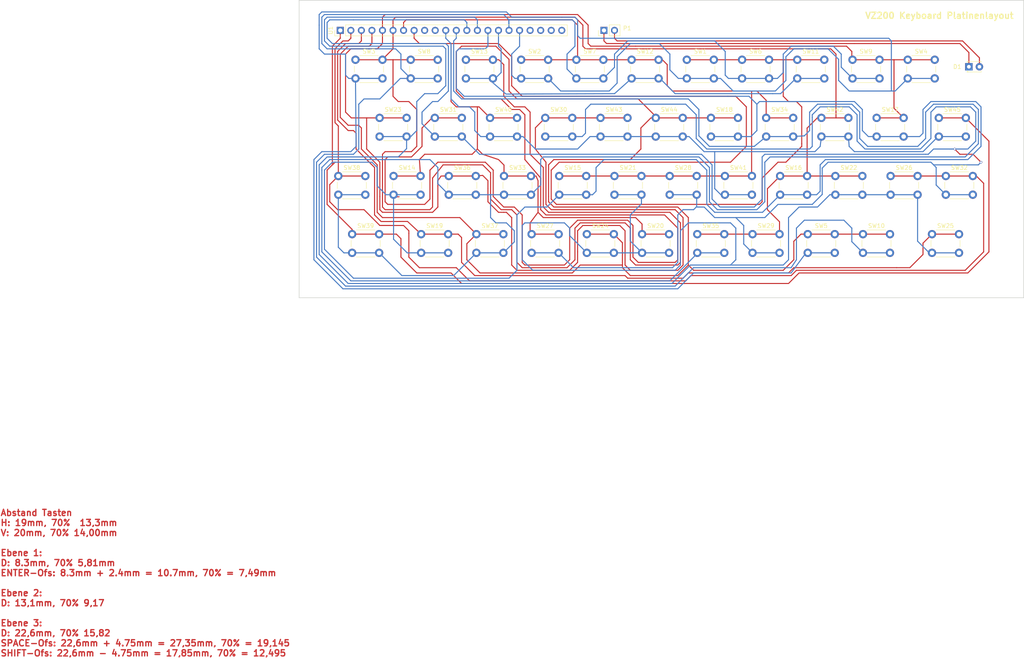
<source format=kicad_pcb>
(kicad_pcb (version 4) (host pcbnew 4.0.1-stable)
  (layers (0 F.Cu signal) (31 B.Cu signal) (34 B.Paste user) (35 F.Paste user) (36 B.SilkS user) (37 F.SilkS user) (38 B.Mask user) (39 F.Mask user) (44 Edge.Cuts user))
  (net 0 "")
  (net 1 "Net-(SW1-Pad2)")
  (net 2 "Net-(SW1-Pad1)")
  (net 3 "Net-(SW10-Pad1)")
  (net 4 "Net-(SW12-Pad1)")
  (net 5 "Net-(SW13-Pad1)")
  (net 6 "Net-(SW10-Pad2)")
  (net 7 "Net-(SW33-Pad2)")
  (net 8 GND)
  (net 9 VCC)
  (net 10 "Net-(U1-Pad20)")
  (net 11 "Net-(U1-Pad21)")
  (net 12 "Net-(SW17-Pad1)")
  (net 13 "Net-(SW11-Pad2)")
  (net 14 "Net-(SW14-Pad2)")
  (net 15 "Net-(SW19-Pad1)")
  (net 16 "Net-(SW20-Pad2)")
  (net 17 "Net-(SW26-Pad1)")
  (net 18 "Net-(SW27-Pad2)")
  (net 19 "Net-(SW39-Pad1)")
  (net 20 "Net-(SW40-Pad2)")
  (net 21 "Net-(D1-Pad1)")
  (net 22 "Net-(D1-Pad2)")
  (module Buttons_Switches_ThroughHole:SW_PUSH_6mm (layer F.Cu) (at 202.02 84)
    (fp_text reference SW29 (at 3.25 -2) (layer F.SilkS))
    (fp_text value keyM)
    (pad 2 thru_hole circle (at 0 4.5 90) (size 2 2) (drill 1.1) (layers *.Cu *.Mask) (net 18 "Net-(SW27-Pad2)"))
    (pad 1 thru_hole circle (at 0 0 90) (size 2 2) (drill 1.1) (layers *.Cu *.Mask) (net 5 "Net-(SW13-Pad1)"))
    (pad 2 thru_hole circle (at 6.5 4.5 90) (size 2 2) (drill 1.1) (layers *.Cu *.Mask) (net 18 "Net-(SW27-Pad2)"))
    (pad 1 thru_hole circle (at 6.5 0 90) (size 2 2) (drill 1.1) (layers *.Cu *.Mask) (net 5 "Net-(SW13-Pad1)"))
  )
  (module Buttons_Switches_ThroughHole:SW_PUSH_6mm (layer F.Cu) (at 188.72 84)
    (fp_text reference SW35 (at 3.25 -2) (layer F.SilkS))
    (fp_text value keyN)
    (pad 2 thru_hole circle (at 0 4.5 90) (size 2 2) (drill 1.1) (layers *.Cu *.Mask) (net 7 "Net-(SW33-Pad2)"))
    (pad 1 thru_hole circle (at 0 0 90) (size 2 2) (drill 1.1) (layers *.Cu *.Mask) (net 5 "Net-(SW13-Pad1)"))
    (pad 2 thru_hole circle (at 6.5 4.5 90) (size 2 2) (drill 1.1) (layers *.Cu *.Mask) (net 7 "Net-(SW33-Pad2)"))
    (pad 1 thru_hole circle (at 6.5 0 90) (size 2 2) (drill 1.1) (layers *.Cu *.Mask) (net 5 "Net-(SW13-Pad1)"))
  )
  (module Buttons_Switches_ThroughHole:SW_PUSH_6mm (layer F.Cu) (at 221.97 70)
    (fp_text reference SW22 (at 3.25 -2) (layer F.SilkS))
    (fp_text value keyL)
    (pad 2 thru_hole circle (at 0 4.5 90) (size 2 2) (drill 1.1) (layers *.Cu *.Mask) (net 16 "Net-(SW20-Pad2)"))
    (pad 1 thru_hole circle (at 0 0 90) (size 2 2) (drill 1.1) (layers *.Cu *.Mask) (net 5 "Net-(SW13-Pad1)"))
    (pad 2 thru_hole circle (at 6.5 4.5 90) (size 2 2) (drill 1.1) (layers *.Cu *.Mask) (net 16 "Net-(SW20-Pad2)"))
    (pad 1 thru_hole circle (at 6.5 0 90) (size 2 2) (drill 1.1) (layers *.Cu *.Mask) (net 5 "Net-(SW13-Pad1)"))
  )
  (module Buttons_Switches_ThroughHole:SW_PUSH_6mm (layer F.Cu) (at 186.2 42)
    (fp_text reference SW1 (at 3.25 -2) (layer F.SilkS))
    (fp_text value key7)
    (pad 2 thru_hole circle (at 0 4.5 90) (size 2 2) (drill 1.1) (layers *.Cu *.Mask) (net 1 "Net-(SW1-Pad2)"))
    (pad 1 thru_hole circle (at 0 0 90) (size 2 2) (drill 1.1) (layers *.Cu *.Mask) (net 2 "Net-(SW1-Pad1)"))
    (pad 2 thru_hole circle (at 6.5 4.5 90) (size 2 2) (drill 1.1) (layers *.Cu *.Mask) (net 1 "Net-(SW1-Pad2)"))
    (pad 1 thru_hole circle (at 6.5 0 90) (size 2 2) (drill 1.1) (layers *.Cu *.Mask) (net 2 "Net-(SW1-Pad1)"))
  )
  (module Buttons_Switches_ThroughHole:SW_PUSH_6mm (layer F.Cu) (at 146.3 42)
    (fp_text reference SW2 (at 3.25 -2) (layer F.SilkS))
    (fp_text value key4)
    (pad 2 thru_hole circle (at 0 4.5 90) (size 2 2) (drill 1.1) (layers *.Cu *.Mask) (net 1 "Net-(SW1-Pad2)"))
    (pad 1 thru_hole circle (at 0 0 90) (size 2 2) (drill 1.1) (layers *.Cu *.Mask) (net 4 "Net-(SW12-Pad1)"))
    (pad 2 thru_hole circle (at 6.5 4.5 90) (size 2 2) (drill 1.1) (layers *.Cu *.Mask) (net 1 "Net-(SW1-Pad2)"))
    (pad 1 thru_hole circle (at 6.5 0 90) (size 2 2) (drill 1.1) (layers *.Cu *.Mask) (net 4 "Net-(SW12-Pad1)"))
  )
  (module Buttons_Switches_ThroughHole:SW_PUSH_6mm (layer F.Cu) (at 106.4 42)
    (fp_text reference SW3 (at 3.25 -2) (layer F.SilkS))
    (fp_text value key1)
    (pad 2 thru_hole circle (at 0 4.5 90) (size 2 2) (drill 1.1) (layers *.Cu *.Mask) (net 1 "Net-(SW1-Pad2)"))
    (pad 1 thru_hole circle (at 0 0 90) (size 2 2) (drill 1.1) (layers *.Cu *.Mask) (net 5 "Net-(SW13-Pad1)"))
    (pad 2 thru_hole circle (at 6.5 4.5 90) (size 2 2) (drill 1.1) (layers *.Cu *.Mask) (net 1 "Net-(SW1-Pad2)"))
    (pad 1 thru_hole circle (at 6.5 0 90) (size 2 2) (drill 1.1) (layers *.Cu *.Mask) (net 5 "Net-(SW13-Pad1)"))
  )
  (module Buttons_Switches_ThroughHole:SW_PUSH_6mm (layer F.Cu) (at 239.4 42)
    (fp_text reference SW4 (at 3.25 -2) (layer F.SilkS))
    (fp_text value key-/ß)
    (pad 2 thru_hole circle (at 0 4.5 90) (size 2 2) (drill 1.1) (layers *.Cu *.Mask) (net 1 "Net-(SW1-Pad2)"))
    (pad 1 thru_hole circle (at 0 0 90) (size 2 2) (drill 1.1) (layers *.Cu *.Mask) (net 12 "Net-(SW17-Pad1)"))
    (pad 2 thru_hole circle (at 6.5 4.5 90) (size 2 2) (drill 1.1) (layers *.Cu *.Mask) (net 1 "Net-(SW1-Pad2)"))
    (pad 1 thru_hole circle (at 6.5 0 90) (size 2 2) (drill 1.1) (layers *.Cu *.Mask) (net 12 "Net-(SW17-Pad1)"))
  )
  (module Buttons_Switches_ThroughHole:SW_PUSH_6mm (layer F.Cu) (at 215.32 84)
    (fp_text reference SW5 (at 3.25 -2) (layer F.SilkS))
    (fp_text value key-comma)
    (pad 2 thru_hole circle (at 0 4.5 90) (size 2 2) (drill 1.1) (layers *.Cu *.Mask) (net 1 "Net-(SW1-Pad2)"))
    (pad 1 thru_hole circle (at 0 0 90) (size 2 2) (drill 1.1) (layers *.Cu *.Mask) (net 3 "Net-(SW10-Pad1)"))
    (pad 2 thru_hole circle (at 6.5 4.5 90) (size 2 2) (drill 1.1) (layers *.Cu *.Mask) (net 1 "Net-(SW1-Pad2)"))
    (pad 1 thru_hole circle (at 6.5 0 90) (size 2 2) (drill 1.1) (layers *.Cu *.Mask) (net 3 "Net-(SW10-Pad1)"))
  )
  (module Buttons_Switches_ThroughHole:SW_PUSH_6mm (layer F.Cu) (at 199.5 42)
    (fp_text reference SW6 (at 3.25 -2) (layer F.SilkS))
    (fp_text value key8)
    (pad 2 thru_hole circle (at 0 4.5 90) (size 2 2) (drill 1.1) (layers *.Cu *.Mask) (net 6 "Net-(SW10-Pad2)"))
    (pad 1 thru_hole circle (at 0 0 90) (size 2 2) (drill 1.1) (layers *.Cu *.Mask) (net 2 "Net-(SW1-Pad1)"))
    (pad 2 thru_hole circle (at 6.5 4.5 90) (size 2 2) (drill 1.1) (layers *.Cu *.Mask) (net 6 "Net-(SW10-Pad2)"))
    (pad 1 thru_hole circle (at 6.5 0 90) (size 2 2) (drill 1.1) (layers *.Cu *.Mask) (net 2 "Net-(SW1-Pad1)"))
  )
  (module Buttons_Switches_ThroughHole:SW_PUSH_6mm (layer F.Cu) (at 159.6 42)
    (fp_text reference SW7 (at 3.25 -2) (layer F.SilkS))
    (fp_text value key5)
    (pad 2 thru_hole circle (at 0 4.5 90) (size 2 2) (drill 1.1) (layers *.Cu *.Mask) (net 6 "Net-(SW10-Pad2)"))
    (pad 1 thru_hole circle (at 0 0 90) (size 2 2) (drill 1.1) (layers *.Cu *.Mask) (net 4 "Net-(SW12-Pad1)"))
    (pad 2 thru_hole circle (at 6.5 4.5 90) (size 2 2) (drill 1.1) (layers *.Cu *.Mask) (net 6 "Net-(SW10-Pad2)"))
    (pad 1 thru_hole circle (at 6.5 0 90) (size 2 2) (drill 1.1) (layers *.Cu *.Mask) (net 4 "Net-(SW12-Pad1)"))
  )
  (module Buttons_Switches_ThroughHole:SW_PUSH_6mm (layer F.Cu) (at 119.7 42)
    (fp_text reference SW8 (at 3.25 -2) (layer F.SilkS))
    (fp_text value key2)
    (pad 2 thru_hole circle (at 0 4.5 90) (size 2 2) (drill 1.1) (layers *.Cu *.Mask) (net 6 "Net-(SW10-Pad2)"))
    (pad 1 thru_hole circle (at 0 0 90) (size 2 2) (drill 1.1) (layers *.Cu *.Mask) (net 5 "Net-(SW13-Pad1)"))
    (pad 2 thru_hole circle (at 6.5 4.5 90) (size 2 2) (drill 1.1) (layers *.Cu *.Mask) (net 6 "Net-(SW10-Pad2)"))
    (pad 1 thru_hole circle (at 6.5 0 90) (size 2 2) (drill 1.1) (layers *.Cu *.Mask) (net 5 "Net-(SW13-Pad1)"))
  )
  (module Buttons_Switches_ThroughHole:SW_PUSH_6mm (layer F.Cu) (at 226.1 42)
    (fp_text reference SW9 (at 3.25 -2) (layer F.SilkS))
    (fp_text value key0)
    (pad 2 thru_hole circle (at 0 4.5 90) (size 2 2) (drill 1.1) (layers *.Cu *.Mask) (net 6 "Net-(SW10-Pad2)"))
    (pad 1 thru_hole circle (at 0 0 90) (size 2 2) (drill 1.1) (layers *.Cu *.Mask) (net 12 "Net-(SW17-Pad1)"))
    (pad 2 thru_hole circle (at 6.5 4.5 90) (size 2 2) (drill 1.1) (layers *.Cu *.Mask) (net 6 "Net-(SW10-Pad2)"))
    (pad 1 thru_hole circle (at 6.5 0 90) (size 2 2) (drill 1.1) (layers *.Cu *.Mask) (net 12 "Net-(SW17-Pad1)"))
  )
  (module Buttons_Switches_ThroughHole:SW_PUSH_6mm (layer F.Cu) (at 228.62 84)
    (fp_text reference SW10 (at 3.25 -2) (layer F.SilkS))
    (fp_text value key-dot)
    (pad 2 thru_hole circle (at 0 4.5 90) (size 2 2) (drill 1.1) (layers *.Cu *.Mask) (net 6 "Net-(SW10-Pad2)"))
    (pad 1 thru_hole circle (at 0 0 90) (size 2 2) (drill 1.1) (layers *.Cu *.Mask) (net 3 "Net-(SW10-Pad1)"))
    (pad 2 thru_hole circle (at 6.5 4.5 90) (size 2 2) (drill 1.1) (layers *.Cu *.Mask) (net 6 "Net-(SW10-Pad2)"))
    (pad 1 thru_hole circle (at 6.5 0 90) (size 2 2) (drill 1.1) (layers *.Cu *.Mask) (net 3 "Net-(SW10-Pad1)"))
  )
  (module Buttons_Switches_ThroughHole:SW_PUSH_6mm (layer F.Cu) (at 212.8 42)
    (fp_text reference SW11 (at 3.25 -2) (layer F.SilkS))
    (fp_text value key9)
    (pad 2 thru_hole circle (at 0 4.5 90) (size 2 2) (drill 1.1) (layers *.Cu *.Mask) (net 13 "Net-(SW11-Pad2)"))
    (pad 1 thru_hole circle (at 0 0 90) (size 2 2) (drill 1.1) (layers *.Cu *.Mask) (net 2 "Net-(SW1-Pad1)"))
    (pad 2 thru_hole circle (at 6.5 4.5 90) (size 2 2) (drill 1.1) (layers *.Cu *.Mask) (net 13 "Net-(SW11-Pad2)"))
    (pad 1 thru_hole circle (at 6.5 0 90) (size 2 2) (drill 1.1) (layers *.Cu *.Mask) (net 2 "Net-(SW1-Pad1)"))
  )
  (module Buttons_Switches_ThroughHole:SW_PUSH_6mm (layer F.Cu) (at 172.9 42)
    (fp_text reference SW12 (at 3.25 -2) (layer F.SilkS))
    (fp_text value key6)
    (pad 2 thru_hole circle (at 0 4.5 90) (size 2 2) (drill 1.1) (layers *.Cu *.Mask) (net 13 "Net-(SW11-Pad2)"))
    (pad 1 thru_hole circle (at 0 0 90) (size 2 2) (drill 1.1) (layers *.Cu *.Mask) (net 4 "Net-(SW12-Pad1)"))
    (pad 2 thru_hole circle (at 6.5 4.5 90) (size 2 2) (drill 1.1) (layers *.Cu *.Mask) (net 13 "Net-(SW11-Pad2)"))
    (pad 1 thru_hole circle (at 6.5 0 90) (size 2 2) (drill 1.1) (layers *.Cu *.Mask) (net 4 "Net-(SW12-Pad1)"))
  )
  (module Buttons_Switches_ThroughHole:SW_PUSH_6mm (layer F.Cu) (at 133 42)
    (fp_text reference SW13 (at 3.25 -2) (layer F.SilkS))
    (fp_text value key3)
    (pad 2 thru_hole circle (at 0 4.5 90) (size 2 2) (drill 1.1) (layers *.Cu *.Mask) (net 13 "Net-(SW11-Pad2)"))
    (pad 1 thru_hole circle (at 0 0 90) (size 2 2) (drill 1.1) (layers *.Cu *.Mask) (net 5 "Net-(SW13-Pad1)"))
    (pad 2 thru_hole circle (at 6.5 4.5 90) (size 2 2) (drill 1.1) (layers *.Cu *.Mask) (net 13 "Net-(SW11-Pad2)"))
    (pad 1 thru_hole circle (at 6.5 0 90) (size 2 2) (drill 1.1) (layers *.Cu *.Mask) (net 5 "Net-(SW13-Pad1)"))
  )
  (module Buttons_Switches_ThroughHole:SW_PUSH_6mm (layer F.Cu) (at 115.57 70)
    (fp_text reference SW14 (at 3.25 -2) (layer F.SilkS))
    (fp_text value keyA)
    (pad 2 thru_hole circle (at 0 4.5 90) (size 2 2) (drill 1.1) (layers *.Cu *.Mask) (net 14 "Net-(SW14-Pad2)"))
    (pad 1 thru_hole circle (at 0 0 90) (size 2 2) (drill 1.1) (layers *.Cu *.Mask) (net 2 "Net-(SW1-Pad1)"))
    (pad 2 thru_hole circle (at 6.5 4.5 90) (size 2 2) (drill 1.1) (layers *.Cu *.Mask) (net 14 "Net-(SW14-Pad2)"))
    (pad 1 thru_hole circle (at 6.5 0 90) (size 2 2) (drill 1.1) (layers *.Cu *.Mask) (net 2 "Net-(SW1-Pad1)"))
  )
  (module Buttons_Switches_ThroughHole:SW_PUSH_6mm (layer F.Cu) (at 155.47 70)
    (fp_text reference SW15 (at 3.25 -2) (layer F.SilkS))
    (fp_text value keyF)
    (pad 2 thru_hole circle (at 0 4.5 90) (size 2 2) (drill 1.1) (layers *.Cu *.Mask) (net 14 "Net-(SW14-Pad2)"))
    (pad 1 thru_hole circle (at 0 0 90) (size 2 2) (drill 1.1) (layers *.Cu *.Mask) (net 4 "Net-(SW12-Pad1)"))
    (pad 2 thru_hole circle (at 6.5 4.5 90) (size 2 2) (drill 1.1) (layers *.Cu *.Mask) (net 14 "Net-(SW14-Pad2)"))
    (pad 1 thru_hole circle (at 6.5 0 90) (size 2 2) (drill 1.1) (layers *.Cu *.Mask) (net 4 "Net-(SW12-Pad1)"))
  )
  (module Buttons_Switches_ThroughHole:SW_PUSH_6mm (layer F.Cu) (at 208.67 70)
    (fp_text reference SW16 (at 3.25 -2) (layer F.SilkS))
    (fp_text value keyK)
    (pad 2 thru_hole circle (at 0 4.5 90) (size 2 2) (drill 1.1) (layers *.Cu *.Mask) (net 14 "Net-(SW14-Pad2)"))
    (pad 1 thru_hole circle (at 0 0 90) (size 2 2) (drill 1.1) (layers *.Cu *.Mask) (net 5 "Net-(SW13-Pad1)"))
    (pad 2 thru_hole circle (at 6.5 4.5 90) (size 2 2) (drill 1.1) (layers *.Cu *.Mask) (net 14 "Net-(SW14-Pad2)"))
    (pad 1 thru_hole circle (at 6.5 0 90) (size 2 2) (drill 1.1) (layers *.Cu *.Mask) (net 5 "Net-(SW13-Pad1)"))
  )
  (module Buttons_Switches_ThroughHole:SW_PUSH_6mm (layer F.Cu) (at 231.91 56)
    (fp_text reference SW17 (at 3.25 -2) (layer F.SilkS))
    (fp_text value keyP)
    (pad 2 thru_hole circle (at 0 4.5 90) (size 2 2) (drill 1.1) (layers *.Cu *.Mask) (net 14 "Net-(SW14-Pad2)"))
    (pad 1 thru_hole circle (at 0 0 90) (size 2 2) (drill 1.1) (layers *.Cu *.Mask) (net 12 "Net-(SW17-Pad1)"))
    (pad 2 thru_hole circle (at 6.5 4.5 90) (size 2 2) (drill 1.1) (layers *.Cu *.Mask) (net 14 "Net-(SW14-Pad2)"))
    (pad 1 thru_hole circle (at 6.5 0 90) (size 2 2) (drill 1.1) (layers *.Cu *.Mask) (net 12 "Net-(SW17-Pad1)"))
  )
  (module Buttons_Switches_ThroughHole:SW_PUSH_6mm (layer F.Cu) (at 192.01 56)
    (fp_text reference SW18 (at 3.25 -2) (layer F.SilkS))
    (fp_text value keyU)
    (pad 2 thru_hole circle (at 0 4.5 90) (size 2 2) (drill 1.1) (layers *.Cu *.Mask) (net 14 "Net-(SW14-Pad2)"))
    (pad 1 thru_hole circle (at 0 0 90) (size 2 2) (drill 1.1) (layers *.Cu *.Mask) (net 3 "Net-(SW10-Pad1)"))
    (pad 2 thru_hole circle (at 6.5 4.5 90) (size 2 2) (drill 1.1) (layers *.Cu *.Mask) (net 14 "Net-(SW14-Pad2)"))
    (pad 1 thru_hole circle (at 6.5 0 90) (size 2 2) (drill 1.1) (layers *.Cu *.Mask) (net 3 "Net-(SW10-Pad1)"))
  )
  (module Buttons_Switches_ThroughHole:SW_PUSH_6mm (layer F.Cu) (at 122.22 84)
    (fp_text reference SW19 (at 3.25 -2) (layer F.SilkS))
    (fp_text value keyZ/Y)
    (pad 2 thru_hole circle (at 0 4.5 90) (size 2 2) (drill 1.1) (layers *.Cu *.Mask) (net 14 "Net-(SW14-Pad2)"))
    (pad 1 thru_hole circle (at 0 0 90) (size 2 2) (drill 1.1) (layers *.Cu *.Mask) (net 15 "Net-(SW19-Pad1)"))
    (pad 2 thru_hole circle (at 6.5 4.5 90) (size 2 2) (drill 1.1) (layers *.Cu *.Mask) (net 14 "Net-(SW14-Pad2)"))
    (pad 1 thru_hole circle (at 6.5 0 90) (size 2 2) (drill 1.1) (layers *.Cu *.Mask) (net 15 "Net-(SW19-Pad1)"))
  )
  (module Buttons_Switches_ThroughHole:SW_PUSH_6mm (layer F.Cu) (at 175.42 84)
    (fp_text reference SW20 (at 3.25 -2) (layer F.SilkS))
    (fp_text value keyB)
    (pad 2 thru_hole circle (at 0 4.5 90) (size 2 2) (drill 1.1) (layers *.Cu *.Mask) (net 16 "Net-(SW20-Pad2)"))
    (pad 1 thru_hole circle (at 0 0 90) (size 2 2) (drill 1.1) (layers *.Cu *.Mask) (net 2 "Net-(SW1-Pad1)"))
    (pad 2 thru_hole circle (at 6.5 4.5 90) (size 2 2) (drill 1.1) (layers *.Cu *.Mask) (net 16 "Net-(SW20-Pad2)"))
    (pad 1 thru_hole circle (at 6.5 0 90) (size 2 2) (drill 1.1) (layers *.Cu *.Mask) (net 2 "Net-(SW1-Pad1)"))
  )
  (module Buttons_Switches_ThroughHole:SW_PUSH_6mm (layer F.Cu) (at 168.77 70)
    (fp_text reference SW21 (at 3.25 -2) (layer F.SilkS))
    (fp_text value keyG)
    (pad 2 thru_hole circle (at 0 4.5 90) (size 2 2) (drill 1.1) (layers *.Cu *.Mask) (net 16 "Net-(SW20-Pad2)"))
    (pad 1 thru_hole circle (at 0 0 90) (size 2 2) (drill 1.1) (layers *.Cu *.Mask) (net 4 "Net-(SW12-Pad1)"))
    (pad 2 thru_hole circle (at 6.5 4.5 90) (size 2 2) (drill 1.1) (layers *.Cu *.Mask) (net 16 "Net-(SW20-Pad2)"))
    (pad 1 thru_hole circle (at 6.5 0 90) (size 2 2) (drill 1.1) (layers *.Cu *.Mask) (net 4 "Net-(SW12-Pad1)"))
  )
  (module Buttons_Switches_ThroughHole:SW_PUSH_6mm (layer F.Cu) (at 112.21 56)
    (fp_text reference SW23 (at 3.25 -2) (layer F.SilkS))
    (fp_text value keyQ)
    (pad 2 thru_hole circle (at 0 4.5 90) (size 2 2) (drill 1.1) (layers *.Cu *.Mask) (net 16 "Net-(SW20-Pad2)"))
    (pad 1 thru_hole circle (at 0 0 90) (size 2 2) (drill 1.1) (layers *.Cu *.Mask) (net 12 "Net-(SW17-Pad1)"))
    (pad 2 thru_hole circle (at 6.5 4.5 90) (size 2 2) (drill 1.1) (layers *.Cu *.Mask) (net 16 "Net-(SW20-Pad2)"))
    (pad 1 thru_hole circle (at 6.5 0 90) (size 2 2) (drill 1.1) (layers *.Cu *.Mask) (net 12 "Net-(SW17-Pad1)"))
  )
  (module Buttons_Switches_ThroughHole:SW_PUSH_6mm (layer F.Cu) (at 162.12 84)
    (fp_text reference SW24 (at 3.25 -2) (layer F.SilkS))
    (fp_text value keyV)
    (pad 2 thru_hole circle (at 0 4.5 90) (size 2 2) (drill 1.1) (layers *.Cu *.Mask) (net 16 "Net-(SW20-Pad2)"))
    (pad 1 thru_hole circle (at 0 0 90) (size 2 2) (drill 1.1) (layers *.Cu *.Mask) (net 3 "Net-(SW10-Pad1)"))
    (pad 2 thru_hole circle (at 6.5 4.5 90) (size 2 2) (drill 1.1) (layers *.Cu *.Mask) (net 16 "Net-(SW20-Pad2)"))
    (pad 1 thru_hole circle (at 6.5 0 90) (size 2 2) (drill 1.1) (layers *.Cu *.Mask) (net 3 "Net-(SW10-Pad1)"))
  )
  (module Buttons_Switches_ThroughHole:SW_PUSH_6mm (layer F.Cu) (at 245.245 84)
    (fp_text reference SW25 (at 3.25 -2) (layer F.SilkS))
    (fp_text value key-space)
    (pad 2 thru_hole circle (at 0 4.5 90) (size 2 2) (drill 1.1) (layers *.Cu *.Mask) (net 16 "Net-(SW20-Pad2)"))
    (pad 1 thru_hole circle (at 0 0 90) (size 2 2) (drill 1.1) (layers *.Cu *.Mask) (net 15 "Net-(SW19-Pad1)"))
    (pad 2 thru_hole circle (at 6.5 4.5 90) (size 2 2) (drill 1.1) (layers *.Cu *.Mask) (net 16 "Net-(SW20-Pad2)"))
    (pad 1 thru_hole circle (at 6.5 0 90) (size 2 2) (drill 1.1) (layers *.Cu *.Mask) (net 15 "Net-(SW19-Pad1)"))
  )
  (module Buttons_Switches_ThroughHole:SW_PUSH_6mm (layer F.Cu) (at 235.27 70)
    (fp_text reference SW26 (at 3.25 -2) (layer F.SilkS))
    (fp_text value key-semicolon/Ö)
    (pad 2 thru_hole circle (at 0 4.5 90) (size 2 2) (drill 1.1) (layers *.Cu *.Mask) (net 16 "Net-(SW20-Pad2)"))
    (pad 1 thru_hole circle (at 0 0 90) (size 2 2) (drill 1.1) (layers *.Cu *.Mask) (net 17 "Net-(SW26-Pad1)"))
    (pad 2 thru_hole circle (at 6.5 4.5 90) (size 2 2) (drill 1.1) (layers *.Cu *.Mask) (net 16 "Net-(SW20-Pad2)"))
    (pad 1 thru_hole circle (at 6.5 0 90) (size 2 2) (drill 1.1) (layers *.Cu *.Mask) (net 17 "Net-(SW26-Pad1)"))
  )
  (module Buttons_Switches_ThroughHole:SW_PUSH_6mm (layer F.Cu) (at 148.82 84)
    (fp_text reference SW27 (at 3.25 -2) (layer F.SilkS))
    (fp_text value keyC)
    (pad 2 thru_hole circle (at 0 4.5 90) (size 2 2) (drill 1.1) (layers *.Cu *.Mask) (net 18 "Net-(SW27-Pad2)"))
    (pad 1 thru_hole circle (at 0 0 90) (size 2 2) (drill 1.1) (layers *.Cu *.Mask) (net 2 "Net-(SW1-Pad1)"))
    (pad 2 thru_hole circle (at 6.5 4.5 90) (size 2 2) (drill 1.1) (layers *.Cu *.Mask) (net 18 "Net-(SW27-Pad2)"))
    (pad 1 thru_hole circle (at 6.5 0 90) (size 2 2) (drill 1.1) (layers *.Cu *.Mask) (net 2 "Net-(SW1-Pad1)"))
  )
  (module Buttons_Switches_ThroughHole:SW_PUSH_6mm (layer F.Cu) (at 182.07 70)
    (fp_text reference SW28 (at 3.25 -2) (layer F.SilkS))
    (fp_text value keyH)
    (pad 2 thru_hole circle (at 0 4.5 90) (size 2 2) (drill 1.1) (layers *.Cu *.Mask) (net 18 "Net-(SW27-Pad2)"))
    (pad 1 thru_hole circle (at 0 0 90) (size 2 2) (drill 1.1) (layers *.Cu *.Mask) (net 4 "Net-(SW12-Pad1)"))
    (pad 2 thru_hole circle (at 6.5 4.5 90) (size 2 2) (drill 1.1) (layers *.Cu *.Mask) (net 18 "Net-(SW27-Pad2)"))
    (pad 1 thru_hole circle (at 6.5 0 90) (size 2 2) (drill 1.1) (layers *.Cu *.Mask) (net 4 "Net-(SW12-Pad1)"))
  )
  (module Buttons_Switches_ThroughHole:SW_PUSH_6mm (layer F.Cu) (at 152.11 56)
    (fp_text reference SW30 (at 3.25 -2) (layer F.SilkS))
    (fp_text value keyR)
    (pad 2 thru_hole circle (at 0 4.5 90) (size 2 2) (drill 1.1) (layers *.Cu *.Mask) (net 18 "Net-(SW27-Pad2)"))
    (pad 1 thru_hole circle (at 0 0 90) (size 2 2) (drill 1.1) (layers *.Cu *.Mask) (net 12 "Net-(SW17-Pad1)"))
    (pad 2 thru_hole circle (at 6.5 4.5 90) (size 2 2) (drill 1.1) (layers *.Cu *.Mask) (net 18 "Net-(SW27-Pad2)"))
    (pad 1 thru_hole circle (at 6.5 0 90) (size 2 2) (drill 1.1) (layers *.Cu *.Mask) (net 12 "Net-(SW17-Pad1)"))
  )
  (module Buttons_Switches_ThroughHole:SW_PUSH_6mm (layer F.Cu) (at 125.51 56)
    (fp_text reference SW31 (at 3.25 -2) (layer F.SilkS))
    (fp_text value keyW)
    (pad 2 thru_hole circle (at 0 4.5 90) (size 2 2) (drill 1.1) (layers *.Cu *.Mask) (net 18 "Net-(SW27-Pad2)"))
    (pad 1 thru_hole circle (at 0 0 90) (size 2 2) (drill 1.1) (layers *.Cu *.Mask) (net 3 "Net-(SW10-Pad1)"))
    (pad 2 thru_hole circle (at 6.5 4.5 90) (size 2 2) (drill 1.1) (layers *.Cu *.Mask) (net 18 "Net-(SW27-Pad2)"))
    (pad 1 thru_hole circle (at 6.5 0 90) (size 2 2) (drill 1.1) (layers *.Cu *.Mask) (net 3 "Net-(SW10-Pad1)"))
  )
  (module Buttons_Switches_ThroughHole:SW_PUSH_6mm (layer F.Cu) (at 248.57 70)
    (fp_text reference SW32 (at 3.25 -2) (layer F.SilkS))
    (fp_text value key-apostroph/Ä)
    (pad 2 thru_hole circle (at 0 4.5 90) (size 2 2) (drill 1.1) (layers *.Cu *.Mask) (net 18 "Net-(SW27-Pad2)"))
    (pad 1 thru_hole circle (at 0 0 90) (size 2 2) (drill 1.1) (layers *.Cu *.Mask) (net 17 "Net-(SW26-Pad1)"))
    (pad 2 thru_hole circle (at 6.5 4.5 90) (size 2 2) (drill 1.1) (layers *.Cu *.Mask) (net 18 "Net-(SW27-Pad2)"))
    (pad 1 thru_hole circle (at 6.5 0 90) (size 2 2) (drill 1.1) (layers *.Cu *.Mask) (net 17 "Net-(SW26-Pad1)"))
  )
  (module Buttons_Switches_ThroughHole:SW_PUSH_6mm (layer F.Cu) (at 142.17 70)
    (fp_text reference SW33 (at 3.25 -2) (layer F.SilkS))
    (fp_text value keyD)
    (pad 2 thru_hole circle (at 0 4.5 90) (size 2 2) (drill 1.1) (layers *.Cu *.Mask) (net 7 "Net-(SW33-Pad2)"))
    (pad 1 thru_hole circle (at 0 0 90) (size 2 2) (drill 1.1) (layers *.Cu *.Mask) (net 2 "Net-(SW1-Pad1)"))
    (pad 2 thru_hole circle (at 6.5 4.5 90) (size 2 2) (drill 1.1) (layers *.Cu *.Mask) (net 7 "Net-(SW33-Pad2)"))
    (pad 1 thru_hole circle (at 6.5 0 90) (size 2 2) (drill 1.1) (layers *.Cu *.Mask) (net 2 "Net-(SW1-Pad1)"))
  )
  (module Buttons_Switches_ThroughHole:SW_PUSH_6mm (layer F.Cu) (at 205.31 56)
    (fp_text reference SW34 (at 3.25 -2) (layer F.SilkS))
    (fp_text value keyI)
    (pad 2 thru_hole circle (at 0 4.5 90) (size 2 2) (drill 1.1) (layers *.Cu *.Mask) (net 7 "Net-(SW33-Pad2)"))
    (pad 1 thru_hole circle (at 0 0 90) (size 2 2) (drill 1.1) (layers *.Cu *.Mask) (net 4 "Net-(SW12-Pad1)"))
    (pad 2 thru_hole circle (at 6.5 4.5 90) (size 2 2) (drill 1.1) (layers *.Cu *.Mask) (net 7 "Net-(SW33-Pad2)"))
    (pad 1 thru_hole circle (at 6.5 0 90) (size 2 2) (drill 1.1) (layers *.Cu *.Mask) (net 4 "Net-(SW12-Pad1)"))
  )
  (module Buttons_Switches_ThroughHole:SW_PUSH_6mm (layer F.Cu) (at 128.87 70)
    (fp_text reference SW36 (at 3.25 -2) (layer F.SilkS))
    (fp_text value keyS)
    (pad 2 thru_hole circle (at 0 4.5 90) (size 2 2) (drill 1.1) (layers *.Cu *.Mask) (net 7 "Net-(SW33-Pad2)"))
    (pad 1 thru_hole circle (at 0 0 90) (size 2 2) (drill 1.1) (layers *.Cu *.Mask) (net 12 "Net-(SW17-Pad1)"))
    (pad 2 thru_hole circle (at 6.5 4.5 90) (size 2 2) (drill 1.1) (layers *.Cu *.Mask) (net 7 "Net-(SW33-Pad2)"))
    (pad 1 thru_hole circle (at 6.5 0 90) (size 2 2) (drill 1.1) (layers *.Cu *.Mask) (net 12 "Net-(SW17-Pad1)"))
  )
  (module Buttons_Switches_ThroughHole:SW_PUSH_6mm (layer F.Cu) (at 135.52 84)
    (fp_text reference SW37 (at 3.25 -2) (layer F.SilkS))
    (fp_text value keyX)
    (pad 2 thru_hole circle (at 0 4.5 90) (size 2 2) (drill 1.1) (layers *.Cu *.Mask) (net 7 "Net-(SW33-Pad2)"))
    (pad 1 thru_hole circle (at 0 0 90) (size 2 2) (drill 1.1) (layers *.Cu *.Mask) (net 3 "Net-(SW10-Pad1)"))
    (pad 2 thru_hole circle (at 6.5 4.5 90) (size 2 2) (drill 1.1) (layers *.Cu *.Mask) (net 7 "Net-(SW33-Pad2)"))
    (pad 1 thru_hole circle (at 6.5 0 90) (size 2 2) (drill 1.1) (layers *.Cu *.Mask) (net 3 "Net-(SW10-Pad1)"))
  )
  (module Buttons_Switches_ThroughHole:SW_PUSH_6mm (layer F.Cu) (at 102.27 70)
    (fp_text reference SW38 (at 3.25 -2) (layer F.SilkS))
    (fp_text value key-ctrl-left)
    (pad 2 thru_hole circle (at 0 4.5 90) (size 2 2) (drill 1.1) (layers *.Cu *.Mask) (net 7 "Net-(SW33-Pad2)"))
    (pad 1 thru_hole circle (at 0 0 90) (size 2 2) (drill 1.1) (layers *.Cu *.Mask) (net 17 "Net-(SW26-Pad1)"))
    (pad 2 thru_hole circle (at 6.5 4.5 90) (size 2 2) (drill 1.1) (layers *.Cu *.Mask) (net 7 "Net-(SW33-Pad2)"))
    (pad 1 thru_hole circle (at 6.5 0 90) (size 2 2) (drill 1.1) (layers *.Cu *.Mask) (net 17 "Net-(SW26-Pad1)"))
  )
  (module Buttons_Switches_ThroughHole:SW_PUSH_6mm (layer F.Cu) (at 105.595 84)
    (fp_text reference SW39 (at 3.25 -2) (layer F.SilkS))
    (fp_text value key-left-shift)
    (pad 2 thru_hole circle (at 0 4.5 90) (size 2 2) (drill 1.1) (layers *.Cu *.Mask) (net 7 "Net-(SW33-Pad2)"))
    (pad 1 thru_hole circle (at 0 0 90) (size 2 2) (drill 1.1) (layers *.Cu *.Mask) (net 19 "Net-(SW39-Pad1)"))
    (pad 2 thru_hole circle (at 6.5 4.5 90) (size 2 2) (drill 1.1) (layers *.Cu *.Mask) (net 7 "Net-(SW33-Pad2)"))
    (pad 1 thru_hole circle (at 6.5 0 90) (size 2 2) (drill 1.1) (layers *.Cu *.Mask) (net 19 "Net-(SW39-Pad1)"))
  )
  (module Buttons_Switches_ThroughHole:SW_PUSH_6mm (layer F.Cu) (at 138.81 56)
    (fp_text reference SW40 (at 3.25 -2) (layer F.SilkS))
    (fp_text value keyE)
    (pad 2 thru_hole circle (at 0 4.5 90) (size 2 2) (drill 1.1) (layers *.Cu *.Mask) (net 20 "Net-(SW40-Pad2)"))
    (pad 1 thru_hole circle (at 0 0 90) (size 2 2) (drill 1.1) (layers *.Cu *.Mask) (net 2 "Net-(SW1-Pad1)"))
    (pad 2 thru_hole circle (at 6.5 4.5 90) (size 2 2) (drill 1.1) (layers *.Cu *.Mask) (net 20 "Net-(SW40-Pad2)"))
    (pad 1 thru_hole circle (at 6.5 0 90) (size 2 2) (drill 1.1) (layers *.Cu *.Mask) (net 2 "Net-(SW1-Pad1)"))
  )
  (module Buttons_Switches_ThroughHole:SW_PUSH_6mm (layer F.Cu) (at 195.37 70)
    (fp_text reference SW41 (at 3.25 -2) (layer F.SilkS))
    (fp_text value keyJ)
    (pad 2 thru_hole circle (at 0 4.5 90) (size 2 2) (drill 1.1) (layers *.Cu *.Mask) (net 20 "Net-(SW40-Pad2)"))
    (pad 1 thru_hole circle (at 0 0 90) (size 2 2) (drill 1.1) (layers *.Cu *.Mask) (net 4 "Net-(SW12-Pad1)"))
    (pad 2 thru_hole circle (at 6.5 4.5 90) (size 2 2) (drill 1.1) (layers *.Cu *.Mask) (net 20 "Net-(SW40-Pad2)"))
    (pad 1 thru_hole circle (at 6.5 0 90) (size 2 2) (drill 1.1) (layers *.Cu *.Mask) (net 4 "Net-(SW12-Pad1)"))
  )
  (module Buttons_Switches_ThroughHole:SW_PUSH_6mm (layer F.Cu) (at 218.61 56)
    (fp_text reference SW42 (at 3.25 -2) (layer F.SilkS))
    (fp_text value keyO)
    (pad 2 thru_hole circle (at 0 4.5 90) (size 2 2) (drill 1.1) (layers *.Cu *.Mask) (net 20 "Net-(SW40-Pad2)"))
    (pad 1 thru_hole circle (at 0 0 90) (size 2 2) (drill 1.1) (layers *.Cu *.Mask) (net 5 "Net-(SW13-Pad1)"))
    (pad 2 thru_hole circle (at 6.5 4.5 90) (size 2 2) (drill 1.1) (layers *.Cu *.Mask) (net 20 "Net-(SW40-Pad2)"))
    (pad 1 thru_hole circle (at 6.5 0 90) (size 2 2) (drill 1.1) (layers *.Cu *.Mask) (net 5 "Net-(SW13-Pad1)"))
  )
  (module Buttons_Switches_ThroughHole:SW_PUSH_6mm (layer F.Cu) (at 165.41 56)
    (fp_text reference SW43 (at 3.25 -2) (layer F.SilkS))
    (fp_text value keyT)
    (pad 2 thru_hole circle (at 0 4.5 90) (size 2 2) (drill 1.1) (layers *.Cu *.Mask) (net 20 "Net-(SW40-Pad2)"))
    (pad 1 thru_hole circle (at 0 0 90) (size 2 2) (drill 1.1) (layers *.Cu *.Mask) (net 12 "Net-(SW17-Pad1)"))
    (pad 2 thru_hole circle (at 6.5 4.5 90) (size 2 2) (drill 1.1) (layers *.Cu *.Mask) (net 20 "Net-(SW40-Pad2)"))
    (pad 1 thru_hole circle (at 6.5 0 90) (size 2 2) (drill 1.1) (layers *.Cu *.Mask) (net 12 "Net-(SW17-Pad1)"))
  )
  (module Buttons_Switches_ThroughHole:SW_PUSH_6mm (layer F.Cu) (at 178.71 56)
    (fp_text reference SW44 (at 3.25 -2) (layer F.SilkS))
    (fp_text value keyY/Z)
    (pad 2 thru_hole circle (at 0 4.5 90) (size 2 2) (drill 1.1) (layers *.Cu *.Mask) (net 20 "Net-(SW40-Pad2)"))
    (pad 1 thru_hole circle (at 0 0 90) (size 2 2) (drill 1.1) (layers *.Cu *.Mask) (net 3 "Net-(SW10-Pad1)"))
    (pad 2 thru_hole circle (at 6.5 4.5 90) (size 2 2) (drill 1.1) (layers *.Cu *.Mask) (net 20 "Net-(SW40-Pad2)"))
    (pad 1 thru_hole circle (at 6.5 0 90) (size 2 2) (drill 1.1) (layers *.Cu *.Mask) (net 3 "Net-(SW10-Pad1)"))
  )
  (module Buttons_Switches_ThroughHole:SW_PUSH_6mm (layer F.Cu) (at 246.89 56)
    (fp_text reference SW45 (at 3.25 -2) (layer F.SilkS))
    (fp_text value key-enter)
    (pad 2 thru_hole circle (at 0 4.5 90) (size 2 2) (drill 1.1) (layers *.Cu *.Mask) (net 20 "Net-(SW40-Pad2)"))
    (pad 1 thru_hole circle (at 0 0 90) (size 2 2) (drill 1.1) (layers *.Cu *.Mask) (net 19 "Net-(SW39-Pad1)"))
    (pad 2 thru_hole circle (at 6.5 4.5 90) (size 2 2) (drill 1.1) (layers *.Cu *.Mask) (net 20 "Net-(SW40-Pad2)"))
    (pad 1 thru_hole circle (at 6.5 0 90) (size 2 2) (drill 1.1) (layers *.Cu *.Mask) (net 19 "Net-(SW39-Pad1)"))
  )
  (module Socket_Strips:Socket_Strip_Straight_1x22_Pitch2.54mm (layer F.Cu) (at 102.74 34.925 90)
    (fp_text reference U1 (at 0 -2.33 90) (layer F.SilkS))
    (fp_text value KeyWarrier24-8Mod)
    (pad 1 thru_hole rect (at 0 0 90) (size 1.7 1.7) (drill 1) (layers *.Cu *.Mask) (net 19 "Net-(SW39-Pad1)"))
    (pad 2 thru_hole oval (at 0 2.54 90) (size 1.7 1.7) (drill 1) (layers *.Cu *.Mask) (net 17 "Net-(SW26-Pad1)"))
    (pad 3 thru_hole oval (at 0 5.08 90) (size 1.7 1.7) (drill 1) (layers *.Cu *.Mask) (net 15 "Net-(SW19-Pad1)"))
    (pad 4 thru_hole oval (at 0 7.62 90) (size 1.7 1.7) (drill 1) (layers *.Cu *.Mask) (net 3 "Net-(SW10-Pad1)"))
    (pad 5 thru_hole oval (at 0 10.16 90) (size 1.7 1.7) (drill 1) (layers *.Cu *.Mask) (net 12 "Net-(SW17-Pad1)"))
    (pad 6 thru_hole oval (at 0 12.7 90) (size 1.7 1.7) (drill 1) (layers *.Cu *.Mask) (net 5 "Net-(SW13-Pad1)"))
    (pad 7 thru_hole oval (at 0 15.24 90) (size 1.7 1.7) (drill 1) (layers *.Cu *.Mask) (net 4 "Net-(SW12-Pad1)"))
    (pad 8 thru_hole oval (at 0 17.78 90) (size 1.7 1.7) (drill 1) (layers *.Cu *.Mask) (net 2 "Net-(SW1-Pad1)"))
    (pad 9 thru_hole oval (at 0 20.32 90) (size 1.7 1.7) (drill 1) (layers *.Cu *.Mask) (net 8 GND))
    (pad 10 thru_hole oval (at 0 22.86 90) (size 1.7 1.7) (drill 1) (layers *.Cu *.Mask) (net 8 GND))
    (pad 11 thru_hole oval (at 0 25.4 90) (size 1.7 1.7) (drill 1) (layers *.Cu *.Mask) (net 20 "Net-(SW40-Pad2)"))
    (pad 12 thru_hole oval (at 0 27.94 90) (size 1.7 1.7) (drill 1) (layers *.Cu *.Mask) (net 7 "Net-(SW33-Pad2)"))
    (pad 13 thru_hole oval (at 0 30.48 90) (size 1.7 1.7) (drill 1) (layers *.Cu *.Mask) (net 18 "Net-(SW27-Pad2)"))
    (pad 14 thru_hole oval (at 0 33.02 90) (size 1.7 1.7) (drill 1) (layers *.Cu *.Mask) (net 16 "Net-(SW20-Pad2)"))
    (pad 15 thru_hole oval (at 0 35.56 90) (size 1.7 1.7) (drill 1) (layers *.Cu *.Mask) (net 14 "Net-(SW14-Pad2)"))
    (pad 16 thru_hole oval (at 0 38.1 90) (size 1.7 1.7) (drill 1) (layers *.Cu *.Mask) (net 13 "Net-(SW11-Pad2)"))
    (pad 17 thru_hole oval (at 0 40.64 90) (size 1.7 1.7) (drill 1) (layers *.Cu *.Mask) (net 6 "Net-(SW10-Pad2)"))
    (pad 18 thru_hole oval (at 0 43.18 90) (size 1.7 1.7) (drill 1) (layers *.Cu *.Mask) (net 1 "Net-(SW1-Pad2)"))
    (pad 19 thru_hole oval (at 0 45.72 90) (size 1.7 1.7) (drill 1) (layers *.Cu *.Mask) (net 9 VCC))
    (pad 20 thru_hole oval (at 0 48.26 90) (size 1.7 1.7) (drill 1) (layers *.Cu *.Mask) (net 10 "Net-(U1-Pad20)"))
    (pad 21 thru_hole oval (at 0 50.8 90) (size 1.7 1.7) (drill 1) (layers *.Cu *.Mask) (net 11 "Net-(U1-Pad21)"))
    (pad 22 thru_hole oval (at 0 53.34 90) (size 1.7 1.7) (drill 1) (layers *.Cu *.Mask) (net 8 GND))
  )
  (module LEDs:LED_D1.8mm_W3.3mm_H2.4mm (layer F.Cu) (at 254.124 43.688)
    (fp_text reference D1 (at -2.794 0) (layer F.SilkS))
    (fp_text value Led_Small)
    (pad 1 thru_hole rect (at 0 0) (size 1.8 1.8) (drill 0.9) (layers *.Cu *.Mask) (net 21 "Net-(D1-Pad1)"))
    (pad 2 thru_hole circle (at 2.54 0) (size 1.8 1.8) (drill 0.9) (layers *.Cu *.Mask) (net 22 "Net-(D1-Pad2)"))
  )
  (module Pin_Headers:Pin_Header_Straight_1x02_Pitch2.54mm (layer F.Cu) (at 166.24 34.925 90)
    (fp_text reference P1 (at 0.508 5.588 180) (layer F.SilkS))
    (fp_text value PWR-LED)
    (pad 1 thru_hole rect (at 0 0 90) (size 1.7 1.7) (drill 1) (layers *.Cu *.Mask) (net 21 "Net-(D1-Pad1)"))
    (pad 2 thru_hole oval (at 0 2.54 90) (size 1.7 1.7) (drill 1) (layers *.Cu *.Mask) (net 22 "Net-(D1-Pad2)"))
  )
  (gr_line (start 92.834 27.686) (end 92.834 27.813) (angle 90) (layer Edge.Cuts) (width 0.15))
  (gr_text "VZ200 Keyboard Platinenlayout" (at 265.046 31.369) (layer F.SilkS) (effects (font (size 1.5 1.5) (thickness 0.3)) (justify right)))
  (gr_line (start 267.332 27.686) (end 267.332 29.718) (angle 90) (layer Edge.Cuts) (width 0.15))
  (gr_line (start 92.834 27.813) (end 92.834 99.314) (angle 90) (layer Edge.Cuts) (width 0.15))
  (gr_line (start 92.834 27.686) (end 267.332 27.686) (angle 90) (layer Edge.Cuts) (width 0.15))
  (gr_line (start 267.332 98.044) (end 267.332 99.314) (angle 90) (layer Edge.Cuts) (width 0.15))
  (gr_line (start 92.834 99.314) (end 267.332 99.314) (angle 90) (layer Edge.Cuts) (width 0.15))
  (gr_line (start 267.332 29.718) (end 267.332 98.044) (angle 90) (layer Edge.Cuts) (width 0.15))
  (gr_text "Abstand Tasten\nH: 19mm, 70%  13,3mm\nV: 20mm, 70% 14,00mm\n\nEbene 1:\nD: 8.3mm, 70% 5,81mm\nENTER-Ofs: 8.3mm + 2.4mm = 10.7mm, 70% = 7,49mm\n\nEbene 2:\nD: 13,1mm, 70% 9,17\n\nEbene 3:\nD: 22,6mm, 70% 15,82\nSPACE-Ofs: 22,6mm + 4.75mm = 27,35mm, 70% = 19,145\nSHIFT-Ofs: 22,6mm - 4.75mm = 17,85mm, 70% = 12,495\n" (at 20.79 168) (layer F.Cu) (effects (font (size 1.5 1.5) (thickness 0.3)) (justify left)))
  (segment (start 98.93 40.64) (end 97.66 39.37) (width 0.25) (layer B.Cu) (net 1))
  (segment (start 97.66 39.37) (end 97.66 33.655) (width 0.25) (layer B.Cu) (net 1))
  (segment (start 104.01 40.64) (end 98.93 40.64) (width 0.25) (layer B.Cu) (net 1))
  (segment (start 104.01 45.72) (end 104.01 40.64) (width 0.25) (layer B.Cu) (net 1))
  (segment (start 104.79 46.5) (end 104.01 45.72) (width 0.25) (layer B.Cu) (net 1))
  (segment (start 106.4 46.5) (end 104.79 46.5) (width 0.25) (layer B.Cu) (net 1))
  (segment (start 235.455 37.465) (end 235.455 49.53) (width 0.25) (layer B.Cu) (net 1))
  (segment (start 234.82 36.83) (end 235.455 37.465) (width 0.25) (layer B.Cu) (net 1))
  (segment (start 160.525 36.83) (end 234.82 36.83) (width 0.25) (layer B.Cu) (net 1))
  (segment (start 159.89 36.195) (end 160.525 36.83) (width 0.25) (layer B.Cu) (net 1))
  (segment (start 159.89 32.385) (end 159.89 36.195) (width 0.25) (layer B.Cu) (net 1))
  (segment (start 159.255 31.75) (end 159.89 32.385) (width 0.25) (layer B.Cu) (net 1))
  (segment (start 144.015 31.75) (end 159.255 31.75) (width 0.25) (layer B.Cu) (net 1))
  (segment (start 142.745 30.48) (end 144.015 31.75) (width 0.25) (layer B.Cu) (net 1))
  (segment (start 98.295 30.48) (end 142.745 30.48) (width 0.25) (layer B.Cu) (net 1))
  (segment (start 97.66 31.115) (end 98.295 30.48) (width 0.25) (layer B.Cu) (net 1))
  (segment (start 97.66 33.655) (end 97.66 31.115) (width 0.25) (layer B.Cu) (net 1))
  (segment (start 112.9 46.5) (end 106.4 46.5) (width 0.25) (layer B.Cu) (net 1))
  (segment (start 152.8 46.5) (end 146.3 46.5) (width 0.25) (layer B.Cu) (net 1))
  (segment (start 215.32 88.5) (end 221.82 88.5) (width 0.25) (layer B.Cu) (net 1))
  (segment (start 215.32 88.5) (end 214.9 88.5) (width 0.25) (layer B.Cu) (net 1))
  (segment (start 214.9 88.5) (end 211.325 93.345) (width 0.25) (layer B.Cu) (net 1))
  (segment (start 106.55 62.865) (end 106.4 46.5) (width 0.25) (layer B.Cu) (net 1))
  (segment (start 105.28 64.135) (end 106.55 62.865) (width 0.25) (layer B.Cu) (net 1))
  (segment (start 98.295 64.135) (end 105.28 64.135) (width 0.25) (layer B.Cu) (net 1))
  (segment (start 96.39 66.04) (end 98.295 64.135) (width 0.25) (layer B.Cu) (net 1))
  (segment (start 96.39 90.17) (end 96.39 66.04) (width 0.25) (layer B.Cu) (net 1))
  (segment (start 103.375 97.155) (end 96.39 90.17) (width 0.25) (layer B.Cu) (net 1))
  (segment (start 184.02 97.155) (end 103.375 97.155) (width 0.25) (layer B.Cu) (net 1))
  (segment (start 187.83 93.345) (end 184.02 97.155) (width 0.25) (layer B.Cu) (net 1))
  (segment (start 211.325 93.345) (end 187.83 93.345) (width 0.25) (layer B.Cu) (net 1))
  (segment (start 112.9 46.5) (end 107.33 46.5) (width 0.25) (layer B.Cu) (net 1))
  (segment (start 192.7 46.5) (end 194.325 46.5) (width 0.25) (layer B.Cu) (net 1))
  (segment (start 194.325 46.5) (end 197.355 49.53) (width 0.25) (layer B.Cu) (net 1))
  (segment (start 197.355 49.53) (end 207.515 49.53) (width 0.25) (layer B.Cu) (net 1))
  (segment (start 207.515 49.53) (end 210.055 46.99) (width 0.25) (layer B.Cu) (net 1))
  (segment (start 210.055 46.99) (end 210.055 41.275) (width 0.25) (layer B.Cu) (net 1))
  (segment (start 210.055 41.275) (end 211.96 39.37) (width 0.25) (layer B.Cu) (net 1))
  (segment (start 211.96 39.37) (end 220.215 39.37) (width 0.25) (layer B.Cu) (net 1))
  (segment (start 220.215 39.37) (end 222.755 41.91) (width 0.25) (layer B.Cu) (net 1))
  (segment (start 222.755 41.91) (end 222.755 46.99) (width 0.25) (layer B.Cu) (net 1))
  (segment (start 222.755 46.99) (end 225.295 49.53) (width 0.25) (layer B.Cu) (net 1))
  (segment (start 225.295 49.53) (end 235.455 49.53) (width 0.25) (layer B.Cu) (net 1))
  (segment (start 236.37 49.53) (end 239.4 46.5) (width 0.25) (layer B.Cu) (net 1))
  (segment (start 236.09 49.53) (end 236.37 49.53) (width 0.25) (layer B.Cu) (net 1))
  (segment (start 235.455 49.53) (end 236.09 49.53) (width 0.25) (layer B.Cu) (net 1))
  (segment (start 245.9 46.5) (end 239.4 46.5) (width 0.25) (layer B.Cu) (net 1))
  (segment (start 186.2 46.5) (end 192.7 46.5) (width 0.25) (layer B.Cu) (net 1))
  (segment (start 186.2 46.5) (end 184.165 46.5) (width 0.25) (layer B.Cu) (net 1))
  (segment (start 155.83 49.53) (end 152.8 46.5) (width 0.25) (layer B.Cu) (net 1))
  (segment (start 167.51 49.53) (end 155.83 49.53) (width 0.25) (layer B.Cu) (net 1))
  (segment (start 169.415 47.625) (end 167.51 49.53) (width 0.25) (layer B.Cu) (net 1))
  (segment (start 169.415 41.275) (end 169.415 47.625) (width 0.25) (layer B.Cu) (net 1))
  (segment (start 172.59 38.1) (end 169.415 41.275) (width 0.25) (layer B.Cu) (net 1))
  (segment (start 179.575 38.1) (end 172.59 38.1) (width 0.25) (layer B.Cu) (net 1))
  (segment (start 182.115 40.64) (end 179.575 38.1) (width 0.25) (layer B.Cu) (net 1))
  (segment (start 182.115 44.45) (end 182.115 40.64) (width 0.25) (layer B.Cu) (net 1))
  (segment (start 184.165 46.5) (end 182.115 44.45) (width 0.25) (layer B.Cu) (net 1))
  (segment (start 146.3 46.5) (end 144.795 46.5) (width 0.25) (layer B.Cu) (net 1))
  (segment (start 144.795 46.5) (end 144.015 45.72) (width 0.25) (layer B.Cu) (net 1))
  (segment (start 144.015 45.72) (end 144.015 40.64) (width 0.25) (layer B.Cu) (net 1))
  (segment (start 144.015 40.64) (end 145.92 38.735) (width 0.25) (layer B.Cu) (net 1))
  (segment (start 145.92 38.735) (end 145.92 34.925) (width 0.25) (layer B.Cu) (net 1))
  (segment (start 209.42 42) (end 209.42 49.53) (width 0.25) (layer F.Cu) (net 2))
  (segment (start 209.42 49.53) (end 209.42 50.8) (width 0.25) (layer F.Cu) (net 2))
  (segment (start 140.84 38.1) (end 129.41 38.1) (width 0.25) (layer F.Cu) (net 2))
  (segment (start 144.015 41.275) (end 140.84 38.1) (width 0.25) (layer F.Cu) (net 2))
  (segment (start 144.015 48.26) (end 144.015 41.275) (width 0.25) (layer F.Cu) (net 2))
  (segment (start 146.555 50.8) (end 144.015 48.26) (width 0.25) (layer F.Cu) (net 2))
  (segment (start 197.99 50.8) (end 146.555 50.8) (width 0.25) (layer F.Cu) (net 2))
  (segment (start 200.53 53.34) (end 197.99 50.8) (width 0.25) (layer F.Cu) (net 2))
  (segment (start 200.53 62.865) (end 200.53 53.34) (width 0.25) (layer F.Cu) (net 2))
  (segment (start 196.72 66.675) (end 200.53 62.865) (width 0.25) (layer F.Cu) (net 2))
  (segment (start 155.445 66.675) (end 196.72 66.675) (width 0.25) (layer F.Cu) (net 2))
  (segment (start 153.54 68.58) (end 155.445 66.675) (width 0.25) (layer F.Cu) (net 2))
  (segment (start 153.54 75.565) (end 153.54 68.58) (width 0.25) (layer F.Cu) (net 2))
  (segment (start 154.81 76.835) (end 153.54 75.565) (width 0.25) (layer F.Cu) (net 2))
  (segment (start 203.705 76.835) (end 154.81 76.835) (width 0.25) (layer F.Cu) (net 2))
  (segment (start 204.34 76.2) (end 203.705 76.835) (width 0.25) (layer F.Cu) (net 2))
  (segment (start 204.34 70.485) (end 204.34 76.2) (width 0.25) (layer F.Cu) (net 2))
  (segment (start 208.15 66.675) (end 204.34 70.485) (width 0.25) (layer F.Cu) (net 2))
  (segment (start 210.055 66.675) (end 208.15 66.675) (width 0.25) (layer F.Cu) (net 2))
  (segment (start 213.865 62.865) (end 210.055 66.675) (width 0.25) (layer F.Cu) (net 2))
  (segment (start 213.865 62.23) (end 213.865 62.865) (width 0.25) (layer F.Cu) (net 2))
  (segment (start 213.865 53.34) (end 213.865 62.23) (width 0.25) (layer F.Cu) (net 2))
  (segment (start 212.595 52.07) (end 213.865 53.34) (width 0.25) (layer F.Cu) (net 2))
  (segment (start 210.69 52.07) (end 212.595 52.07) (width 0.25) (layer F.Cu) (net 2))
  (segment (start 209.42 50.8) (end 210.69 52.07) (width 0.25) (layer F.Cu) (net 2))
  (segment (start 212.8 42) (end 219.3 42) (width 0.25) (layer F.Cu) (net 2))
  (segment (start 206 42) (end 209.42 42) (width 0.25) (layer F.Cu) (net 2))
  (segment (start 209.42 42) (end 212.8 42) (width 0.25) (layer F.Cu) (net 2))
  (segment (start 199.5 42) (end 206 42) (width 0.25) (layer F.Cu) (net 2))
  (segment (start 192.7 42) (end 199.5 42) (width 0.25) (layer F.Cu) (net 2))
  (segment (start 186.2 42) (end 192.7 42) (width 0.25) (layer F.Cu) (net 2))
  (segment (start 175.42 84) (end 181.92 84) (width 0.25) (layer F.Cu) (net 2))
  (segment (start 148.82 84) (end 155.32 84) (width 0.25) (layer F.Cu) (net 2))
  (segment (start 150.365 78.74) (end 148.46 81.28) (width 0.25) (layer F.Cu) (net 2))
  (segment (start 148.46 81.28) (end 148.46 83.64) (width 0.25) (layer F.Cu) (net 2))
  (segment (start 148.46 83.64) (end 148.82 84) (width 0.25) (layer F.Cu) (net 2))
  (segment (start 148.67 70) (end 149.88 70) (width 0.25) (layer F.Cu) (net 2))
  (segment (start 175.42 81.57) (end 175.42 84) (width 0.25) (layer F.Cu) (net 2))
  (segment (start 173.86 80.01) (end 175.42 81.57) (width 0.25) (layer F.Cu) (net 2))
  (segment (start 151.635 80.01) (end 173.86 80.01) (width 0.25) (layer F.Cu) (net 2))
  (segment (start 150.365 78.74) (end 151.635 80.01) (width 0.25) (layer F.Cu) (net 2))
  (segment (start 150.365 71.12) (end 150.365 78.74) (width 0.25) (layer F.Cu) (net 2))
  (segment (start 149.88 70) (end 150.365 71.12) (width 0.25) (layer F.Cu) (net 2))
  (segment (start 142.17 70) (end 148.67 70) (width 0.25) (layer F.Cu) (net 2))
  (segment (start 122.07 70) (end 115.57 70) (width 0.25) (layer F.Cu) (net 2))
  (segment (start 135.76 63.5) (end 134.49 64.77) (width 0.25) (layer F.Cu) (net 2))
  (segment (start 121.79 66.04) (end 122.07 70) (width 0.25) (layer F.Cu) (net 2))
  (segment (start 123.06 64.77) (end 121.79 66.04) (width 0.25) (layer F.Cu) (net 2))
  (segment (start 134.49 64.77) (end 123.06 64.77) (width 0.25) (layer F.Cu) (net 2))
  (segment (start 135.76 53.34) (end 135.76 63.5) (width 0.25) (layer F.Cu) (net 2))
  (segment (start 142.17 67.37) (end 142.17 70) (width 0.25) (layer F.Cu) (net 2))
  (segment (start 140.84 66.04) (end 142.17 67.37) (width 0.25) (layer F.Cu) (net 2))
  (segment (start 137.03 64.77) (end 140.84 66.04) (width 0.25) (layer F.Cu) (net 2))
  (segment (start 135.76 63.5) (end 137.03 64.77) (width 0.25) (layer F.Cu) (net 2))
  (segment (start 138.81 56) (end 145.31 56) (width 0.25) (layer F.Cu) (net 2))
  (segment (start 120.52 34.925) (end 120.52 36.83) (width 0.25) (layer F.Cu) (net 2))
  (segment (start 136.15 53.34) (end 138.81 56) (width 0.25) (layer F.Cu) (net 2))
  (segment (start 130.68 53.34) (end 135.76 53.34) (width 0.25) (layer F.Cu) (net 2))
  (segment (start 135.76 53.34) (end 136.15 53.34) (width 0.25) (layer F.Cu) (net 2))
  (segment (start 129.41 52.07) (end 130.68 53.34) (width 0.25) (layer F.Cu) (net 2))
  (segment (start 129.41 38.1) (end 129.41 38.1) (width 0.25) (layer F.Cu) (net 2))
  (segment (start 129.41 38.1) (end 129.41 52.07) (width 0.25) (layer F.Cu) (net 2))
  (segment (start 127.505 38.1) (end 129.41 38.1) (width 0.25) (layer F.Cu) (net 2))
  (segment (start 121.79 38.1) (end 127.505 38.1) (width 0.25) (layer F.Cu) (net 2))
  (segment (start 120.52 36.83) (end 121.79 38.1) (width 0.25) (layer F.Cu) (net 2))
  (segment (start 110.36 34.925) (end 110.36 38.1) (width 0.25) (layer F.Cu) (net 3))
  (segment (start 131.53 80.01) (end 135.52 84) (width 0.25) (layer F.Cu) (net 3))
  (segment (start 112.9 80.01) (end 131.53 80.01) (width 0.25) (layer F.Cu) (net 3))
  (segment (start 111.63 78.74) (end 112.9 80.01) (width 0.25) (layer F.Cu) (net 3))
  (segment (start 111.63 67.31) (end 111.63 78.74) (width 0.25) (layer F.Cu) (net 3))
  (segment (start 107.82 63.5) (end 111.63 67.31) (width 0.25) (layer F.Cu) (net 3))
  (segment (start 107.82 58.42) (end 107.82 63.5) (width 0.25) (layer F.Cu) (net 3))
  (segment (start 107.185 57.785) (end 107.82 58.42) (width 0.25) (layer F.Cu) (net 3))
  (segment (start 104.645 57.785) (end 107.185 57.785) (width 0.25) (layer F.Cu) (net 3))
  (segment (start 102.74 55.88) (end 104.645 57.785) (width 0.25) (layer F.Cu) (net 3))
  (segment (start 102.74 40.64) (end 102.74 55.88) (width 0.25) (layer F.Cu) (net 3))
  (segment (start 104.645 38.735) (end 102.74 40.64) (width 0.25) (layer F.Cu) (net 3))
  (segment (start 109.725 38.735) (end 104.645 38.735) (width 0.25) (layer F.Cu) (net 3))
  (segment (start 110.36 38.1) (end 109.725 38.735) (width 0.25) (layer F.Cu) (net 3))
  (segment (start 221.82 84) (end 215.32 84) (width 0.25) (layer F.Cu) (net 3))
  (segment (start 228.62 84) (end 235.12 84) (width 0.25) (layer F.Cu) (net 3))
  (segment (start 221.82 84) (end 228.62 84) (width 0.25) (layer F.Cu) (net 3))
  (segment (start 215.32 84) (end 213.685 84) (width 0.25) (layer F.Cu) (net 3))
  (segment (start 213.685 84) (end 211.96 85.725) (width 0.25) (layer F.Cu) (net 3))
  (segment (start 211.96 85.725) (end 211.96 90.17) (width 0.25) (layer F.Cu) (net 3))
  (segment (start 211.96 90.17) (end 209.42 92.71) (width 0.25) (layer F.Cu) (net 3))
  (segment (start 209.42 92.71) (end 187.83 92.71) (width 0.25) (layer F.Cu) (net 3))
  (segment (start 187.83 92.71) (end 186.56 91.44) (width 0.25) (layer F.Cu) (net 3))
  (segment (start 135.52 84) (end 142.02 84) (width 0.25) (layer F.Cu) (net 3))
  (segment (start 170.685 91.44) (end 160.525 91.44) (width 0.25) (layer F.Cu) (net 3))
  (segment (start 133.22 86.3) (end 135.52 84) (width 0.25) (layer F.Cu) (net 3))
  (segment (start 133.22 90.17) (end 133.22 86.3) (width 0.25) (layer F.Cu) (net 3))
  (segment (start 136.395 93.345) (end 133.22 90.17) (width 0.25) (layer F.Cu) (net 3))
  (segment (start 158.62 93.345) (end 136.395 93.345) (width 0.25) (layer F.Cu) (net 3))
  (segment (start 160.525 91.44) (end 158.62 93.345) (width 0.25) (layer F.Cu) (net 3))
  (segment (start 168.62 84) (end 162.12 84) (width 0.25) (layer F.Cu) (net 3))
  (segment (start 183.385 77.47) (end 184.02 77.47) (width 0.25) (layer F.Cu) (net 3))
  (segment (start 177.55 56) (end 175.13 58.42) (width 0.25) (layer F.Cu) (net 3))
  (segment (start 175.13 58.42) (end 175.13 63.5) (width 0.25) (layer F.Cu) (net 3))
  (segment (start 175.13 63.5) (end 172.59 66.04) (width 0.25) (layer F.Cu) (net 3))
  (segment (start 172.59 66.04) (end 154.175 66.04) (width 0.25) (layer F.Cu) (net 3))
  (segment (start 154.175 66.04) (end 152.905 67.31) (width 0.25) (layer F.Cu) (net 3))
  (segment (start 152.905 67.31) (end 152.905 74.93) (width 0.25) (layer F.Cu) (net 3))
  (segment (start 152.905 74.93) (end 152.905 76.2) (width 0.25) (layer F.Cu) (net 3))
  (segment (start 152.905 76.2) (end 153.54 76.835) (width 0.25) (layer F.Cu) (net 3))
  (segment (start 153.54 76.835) (end 154.175 77.47) (width 0.25) (layer F.Cu) (net 3))
  (segment (start 154.175 77.47) (end 183.385 77.47) (width 0.25) (layer F.Cu) (net 3))
  (segment (start 178.71 56) (end 177.55 56) (width 0.25) (layer F.Cu) (net 3))
  (segment (start 170.685 86.065) (end 168.62 84) (width 0.25) (layer F.Cu) (net 3))
  (segment (start 170.685 92.075) (end 170.685 91.44) (width 0.25) (layer F.Cu) (net 3))
  (segment (start 170.685 91.44) (end 170.685 86.065) (width 0.25) (layer F.Cu) (net 3))
  (segment (start 172.59 93.98) (end 170.685 92.075) (width 0.25) (layer F.Cu) (net 3))
  (segment (start 184.02 93.98) (end 172.59 93.98) (width 0.25) (layer F.Cu) (net 3))
  (segment (start 186.56 91.44) (end 184.02 93.98) (width 0.25) (layer F.Cu) (net 3))
  (segment (start 186.56 80.01) (end 186.56 91.44) (width 0.25) (layer F.Cu) (net 3))
  (segment (start 184.02 77.47) (end 186.56 80.01) (width 0.25) (layer F.Cu) (net 3))
  (segment (start 192.01 56) (end 198.51 56) (width 0.25) (layer F.Cu) (net 3))
  (segment (start 185.21 56) (end 192.01 56) (width 0.25) (layer F.Cu) (net 3))
  (segment (start 178.71 56) (end 185.21 56) (width 0.25) (layer F.Cu) (net 3))
  (segment (start 147.19 66.04) (end 147.19 55.245) (width 0.25) (layer F.Cu) (net 3))
  (segment (start 173.225 81.915) (end 173.225 89.535) (width 0.25) (layer F.Cu) (net 3))
  (segment (start 173.225 89.535) (end 174.495 90.805) (width 0.25) (layer F.Cu) (net 3))
  (segment (start 174.495 90.805) (end 183.385 90.805) (width 0.25) (layer F.Cu) (net 3))
  (segment (start 183.385 90.805) (end 184.02 90.17) (width 0.25) (layer F.Cu) (net 3))
  (segment (start 184.02 90.17) (end 184.02 82.55) (width 0.25) (layer F.Cu) (net 3))
  (segment (start 184.02 82.55) (end 180.845 79.375) (width 0.25) (layer F.Cu) (net 3))
  (segment (start 180.845 79.375) (end 152.27 79.375) (width 0.25) (layer F.Cu) (net 3))
  (segment (start 152.27 79.375) (end 151 78.105) (width 0.25) (layer F.Cu) (net 3))
  (segment (start 151 78.105) (end 151 70.485) (width 0.25) (layer F.Cu) (net 3))
  (segment (start 151 70.485) (end 147.19 66.04) (width 0.25) (layer F.Cu) (net 3))
  (segment (start 138.935 67.945) (end 139.57 68.58) (width 0.25) (layer F.Cu) (net 3))
  (segment (start 124.33 75.565) (end 124.33 68.58) (width 0.25) (layer F.Cu) (net 3))
  (segment (start 124.33 68.58) (end 126.235 66.675) (width 0.25) (layer F.Cu) (net 3))
  (segment (start 126.235 66.675) (end 137.665 66.675) (width 0.25) (layer F.Cu) (net 3))
  (segment (start 137.665 66.675) (end 138.935 67.945) (width 0.25) (layer F.Cu) (net 3))
  (segment (start 124.845 56) (end 122.425 58.42) (width 0.25) (layer F.Cu) (net 3))
  (segment (start 122.425 58.42) (end 122.425 62.865) (width 0.25) (layer F.Cu) (net 3))
  (segment (start 122.425 62.865) (end 119.885 65.405) (width 0.25) (layer F.Cu) (net 3))
  (segment (start 119.885 65.405) (end 114.17 65.405) (width 0.25) (layer F.Cu) (net 3))
  (segment (start 114.17 65.405) (end 113.535 66.04) (width 0.25) (layer F.Cu) (net 3))
  (segment (start 113.535 66.04) (end 113.535 76.2) (width 0.25) (layer F.Cu) (net 3))
  (segment (start 113.535 76.2) (end 114.17 76.835) (width 0.25) (layer F.Cu) (net 3))
  (segment (start 114.17 76.835) (end 123.06 76.835) (width 0.25) (layer F.Cu) (net 3))
  (segment (start 123.06 76.835) (end 124.33 75.565) (width 0.25) (layer F.Cu) (net 3))
  (segment (start 159.89 80.645) (end 171.955 80.645) (width 0.25) (layer F.Cu) (net 3))
  (segment (start 157.985 82.55) (end 159.89 80.645) (width 0.25) (layer F.Cu) (net 3))
  (segment (start 157.985 90.17) (end 157.985 82.55) (width 0.25) (layer F.Cu) (net 3))
  (segment (start 156.715 91.44) (end 157.985 90.17) (width 0.25) (layer F.Cu) (net 3))
  (segment (start 147.19 91.44) (end 156.715 91.44) (width 0.25) (layer F.Cu) (net 3))
  (segment (start 146.555 90.805) (end 147.19 91.44) (width 0.25) (layer F.Cu) (net 3))
  (segment (start 146.555 79.375) (end 146.555 90.805) (width 0.25) (layer F.Cu) (net 3))
  (segment (start 144.65 77.47) (end 146.555 79.375) (width 0.25) (layer F.Cu) (net 3))
  (segment (start 144.015 77.47) (end 144.65 77.47) (width 0.25) (layer F.Cu) (net 3))
  (segment (start 142.11 77.47) (end 144.015 77.47) (width 0.25) (layer F.Cu) (net 3))
  (segment (start 139.57 74.93) (end 142.11 77.47) (width 0.25) (layer F.Cu) (net 3))
  (segment (start 139.57 68.58) (end 139.57 74.93) (width 0.25) (layer F.Cu) (net 3))
  (segment (start 171.955 80.645) (end 173.225 81.915) (width 0.25) (layer F.Cu) (net 3))
  (segment (start 174.495 51.435) (end 178.71 55.65) (width 0.25) (layer F.Cu) (net 3))
  (segment (start 145.285 51.435) (end 174.495 51.435) (width 0.25) (layer F.Cu) (net 3))
  (segment (start 143.38 49.53) (end 145.285 51.435) (width 0.25) (layer F.Cu) (net 3))
  (segment (start 143.38 41.91) (end 143.38 49.53) (width 0.25) (layer F.Cu) (net 3))
  (segment (start 140.205 38.735) (end 143.38 41.91) (width 0.25) (layer F.Cu) (net 3))
  (segment (start 131.95 38.735) (end 140.205 38.735) (width 0.25) (layer F.Cu) (net 3))
  (segment (start 130.68 40.005) (end 131.95 38.735) (width 0.25) (layer F.Cu) (net 3))
  (segment (start 130.68 49.53) (end 130.68 40.005) (width 0.25) (layer F.Cu) (net 3))
  (segment (start 132.585 51.435) (end 130.68 49.53) (width 0.25) (layer F.Cu) (net 3))
  (segment (start 141.475 51.435) (end 132.585 51.435) (width 0.25) (layer F.Cu) (net 3))
  (segment (start 144.015 53.975) (end 141.475 51.435) (width 0.25) (layer F.Cu) (net 3))
  (segment (start 145.92 53.975) (end 144.015 53.975) (width 0.25) (layer F.Cu) (net 3))
  (segment (start 147.19 55.245) (end 145.92 53.975) (width 0.25) (layer F.Cu) (net 3))
  (segment (start 178.71 55.65) (end 178.71 56) (width 0.25) (layer F.Cu) (net 3))
  (segment (start 125.51 56) (end 132.01 56) (width 0.25) (layer F.Cu) (net 3))
  (segment (start 125.51 56) (end 124.845 56) (width 0.25) (layer F.Cu) (net 3))
  (segment (start 161.97 70) (end 155.47 70) (width 0.25) (layer F.Cu) (net 4))
  (segment (start 168.77 70) (end 161.97 70) (width 0.25) (layer F.Cu) (net 4))
  (segment (start 175.27 70) (end 168.77 70) (width 0.25) (layer F.Cu) (net 4))
  (segment (start 182.07 70) (end 175.27 70) (width 0.25) (layer F.Cu) (net 4))
  (segment (start 188.57 70) (end 182.07 70) (width 0.25) (layer F.Cu) (net 4))
  (segment (start 195.37 70) (end 188.57 70) (width 0.25) (layer F.Cu) (net 4))
  (segment (start 201.87 70) (end 195.37 70) (width 0.25) (layer F.Cu) (net 4))
  (segment (start 201.8 49.53) (end 201.8 69.93) (width 0.25) (layer F.Cu) (net 4))
  (segment (start 201.8 69.93) (end 201.87 70) (width 0.25) (layer F.Cu) (net 4))
  (segment (start 205.31 56) (end 211.81 56) (width 0.25) (layer F.Cu) (net 4))
  (segment (start 179.4 42) (end 180.3 42) (width 0.25) (layer F.Cu) (net 4))
  (segment (start 180.3 42) (end 181.48 43.18) (width 0.25) (layer F.Cu) (net 4))
  (segment (start 205.31 51.77) (end 205.31 56) (width 0.25) (layer F.Cu) (net 4))
  (segment (start 203.07 49.53) (end 205.31 51.77) (width 0.25) (layer F.Cu) (net 4))
  (segment (start 182.75 49.53) (end 201.8 49.53) (width 0.25) (layer F.Cu) (net 4))
  (segment (start 201.8 49.53) (end 203.07 49.53) (width 0.25) (layer F.Cu) (net 4))
  (segment (start 181.48 48.26) (end 182.75 49.53) (width 0.25) (layer F.Cu) (net 4))
  (segment (start 181.48 43.18) (end 181.48 48.26) (width 0.25) (layer F.Cu) (net 4))
  (segment (start 172.9 42) (end 179.4 42) (width 0.25) (layer F.Cu) (net 4))
  (segment (start 166.1 42) (end 172.9 42) (width 0.25) (layer F.Cu) (net 4))
  (segment (start 152.8 42) (end 159.6 42) (width 0.25) (layer F.Cu) (net 4))
  (segment (start 159.6 42) (end 166.1 42) (width 0.25) (layer F.Cu) (net 4))
  (segment (start 146.3 42) (end 152.8 42) (width 0.25) (layer F.Cu) (net 4))
  (segment (start 117.98 34.925) (end 117.98 33.02) (width 0.25) (layer F.Cu) (net 4))
  (segment (start 159.89 33.655) (end 159.89 41.71) (width 0.25) (layer F.Cu) (net 4))
  (segment (start 158.62 32.385) (end 159.89 33.655) (width 0.25) (layer F.Cu) (net 4))
  (segment (start 152.905 32.385) (end 158.62 32.385) (width 0.25) (layer F.Cu) (net 4))
  (segment (start 118.615 32.385) (end 152.905 32.385) (width 0.25) (layer F.Cu) (net 4))
  (segment (start 117.98 33.02) (end 118.615 32.385) (width 0.25) (layer F.Cu) (net 4))
  (segment (start 159.89 41.71) (end 159.6 42) (width 0.25) (layer F.Cu) (net 4))
  (segment (start 139.5 42) (end 133 42) (width 0.25) (layer F.Cu) (net 5))
  (segment (start 115.44 34.925) (end 115.44 32.385) (width 0.25) (layer F.Cu) (net 5))
  (segment (start 222.12 40.64) (end 222.12 56) (width 0.25) (layer F.Cu) (net 5))
  (segment (start 220.85 39.37) (end 222.12 40.64) (width 0.25) (layer F.Cu) (net 5))
  (segment (start 161.795 39.37) (end 220.85 39.37) (width 0.25) (layer F.Cu) (net 5))
  (segment (start 161.16 38.735) (end 161.795 39.37) (width 0.25) (layer F.Cu) (net 5))
  (segment (start 161.16 33.655) (end 161.16 38.735) (width 0.25) (layer F.Cu) (net 5))
  (segment (start 159.255 31.75) (end 161.16 33.655) (width 0.25) (layer F.Cu) (net 5))
  (segment (start 156.08 31.75) (end 159.255 31.75) (width 0.25) (layer F.Cu) (net 5))
  (segment (start 116.075 31.75) (end 156.08 31.75) (width 0.25) (layer F.Cu) (net 5))
  (segment (start 115.44 32.385) (end 116.075 31.75) (width 0.25) (layer F.Cu) (net 5))
  (segment (start 218.61 56) (end 222.12 56) (width 0.25) (layer F.Cu) (net 5))
  (segment (start 222.12 56) (end 225.11 56) (width 0.25) (layer F.Cu) (net 5))
  (segment (start 215.17 70) (end 215.17 58.455) (width 0.25) (layer F.Cu) (net 5))
  (segment (start 215.17 58.455) (end 217.625 56) (width 0.25) (layer F.Cu) (net 5))
  (segment (start 217.625 56) (end 218.61 56) (width 0.25) (layer F.Cu) (net 5))
  (segment (start 221.97 70) (end 228.47 70) (width 0.25) (layer F.Cu) (net 5))
  (segment (start 215.17 70) (end 221.97 70) (width 0.25) (layer F.Cu) (net 5))
  (segment (start 208.67 70) (end 215.17 70) (width 0.25) (layer F.Cu) (net 5))
  (segment (start 208.52 84) (end 208.52 81.015) (width 0.25) (layer F.Cu) (net 5))
  (segment (start 205.61 73.06) (end 208.67 70) (width 0.25) (layer F.Cu) (net 5))
  (segment (start 205.61 78.105) (end 205.61 73.06) (width 0.25) (layer F.Cu) (net 5))
  (segment (start 208.52 81.015) (end 205.61 78.105) (width 0.25) (layer F.Cu) (net 5))
  (segment (start 202.02 84) (end 208.52 84) (width 0.25) (layer F.Cu) (net 5))
  (segment (start 195.22 84) (end 202.02 84) (width 0.25) (layer F.Cu) (net 5))
  (segment (start 195.22 84) (end 188.72 84) (width 0.25) (layer F.Cu) (net 5))
  (segment (start 184.02 91.44) (end 173.86 91.44) (width 0.25) (layer F.Cu) (net 5))
  (segment (start 151.635 67.945) (end 151.635 77.47) (width 0.25) (layer F.Cu) (net 5))
  (segment (start 151.635 77.47) (end 152.905 78.74) (width 0.25) (layer F.Cu) (net 5))
  (segment (start 152.905 78.74) (end 182.115 78.74) (width 0.25) (layer F.Cu) (net 5))
  (segment (start 182.115 78.74) (end 184.655 81.28) (width 0.25) (layer F.Cu) (net 5))
  (segment (start 184.655 81.28) (end 184.655 90.805) (width 0.25) (layer F.Cu) (net 5))
  (segment (start 184.655 90.805) (end 184.02 91.44) (width 0.25) (layer F.Cu) (net 5))
  (segment (start 139.5 42) (end 140.93 42) (width 0.25) (layer F.Cu) (net 5))
  (segment (start 148.46 64.77) (end 151 67.31) (width 0.25) (layer F.Cu) (net 5))
  (segment (start 148.46 54.61) (end 148.46 64.77) (width 0.25) (layer F.Cu) (net 5))
  (segment (start 147.19 53.34) (end 148.46 54.61) (width 0.25) (layer F.Cu) (net 5))
  (segment (start 144.65 53.34) (end 147.19 53.34) (width 0.25) (layer F.Cu) (net 5))
  (segment (start 142.11 50.8) (end 144.65 53.34) (width 0.25) (layer F.Cu) (net 5))
  (segment (start 142.11 43.18) (end 142.11 50.8) (width 0.25) (layer F.Cu) (net 5))
  (segment (start 140.93 42) (end 142.11 43.18) (width 0.25) (layer F.Cu) (net 5))
  (segment (start 151 67.31) (end 151.635 67.945) (width 0.25) (layer F.Cu) (net 5))
  (segment (start 124.965 70.485) (end 124.965 74.93) (width 0.25) (layer F.Cu) (net 5))
  (segment (start 127.505 67.31) (end 124.965 70.485) (width 0.25) (layer F.Cu) (net 5))
  (segment (start 137.03 67.31) (end 127.505 67.31) (width 0.25) (layer F.Cu) (net 5))
  (segment (start 138.935 69.215) (end 137.03 67.31) (width 0.25) (layer F.Cu) (net 5))
  (segment (start 138.935 70.485) (end 138.935 69.215) (width 0.25) (layer F.Cu) (net 5))
  (segment (start 138.935 75.565) (end 138.935 70.485) (width 0.25) (layer F.Cu) (net 5))
  (segment (start 141.475 78.105) (end 138.935 75.565) (width 0.25) (layer F.Cu) (net 5))
  (segment (start 144.015 78.105) (end 141.475 78.105) (width 0.25) (layer F.Cu) (net 5))
  (segment (start 145.285 79.375) (end 144.015 78.105) (width 0.25) (layer F.Cu) (net 5))
  (segment (start 145.285 90.805) (end 145.285 79.375) (width 0.25) (layer F.Cu) (net 5))
  (segment (start 146.555 92.075) (end 145.285 90.805) (width 0.25) (layer F.Cu) (net 5))
  (segment (start 157.35 92.075) (end 146.555 92.075) (width 0.25) (layer F.Cu) (net 5))
  (segment (start 159.255 90.17) (end 157.35 92.075) (width 0.25) (layer F.Cu) (net 5))
  (segment (start 159.255 82.55) (end 159.255 90.17) (width 0.25) (layer F.Cu) (net 5))
  (segment (start 160.525 81.28) (end 159.255 82.55) (width 0.25) (layer F.Cu) (net 5))
  (segment (start 171.32 81.28) (end 160.525 81.28) (width 0.25) (layer F.Cu) (net 5))
  (segment (start 172.59 82.55) (end 171.32 81.28) (width 0.25) (layer F.Cu) (net 5))
  (segment (start 172.59 90.17) (end 172.59 82.55) (width 0.25) (layer F.Cu) (net 5))
  (segment (start 173.86 91.44) (end 172.59 90.17) (width 0.25) (layer F.Cu) (net 5))
  (segment (start 124.965 74.93) (end 124.965 77.47) (width 0.25) (layer F.Cu) (net 5))
  (segment (start 124.965 77.47) (end 124.33 78.105) (width 0.25) (layer F.Cu) (net 5))
  (segment (start 124.33 78.105) (end 113.535 78.105) (width 0.25) (layer F.Cu) (net 5))
  (segment (start 113.535 78.105) (end 112.9 77.47) (width 0.25) (layer F.Cu) (net 5))
  (segment (start 112.9 77.47) (end 112.9 64.77) (width 0.25) (layer F.Cu) (net 5))
  (segment (start 112.9 64.77) (end 113.535 64.135) (width 0.25) (layer F.Cu) (net 5))
  (segment (start 113.535 64.135) (end 119.885 64.135) (width 0.25) (layer F.Cu) (net 5))
  (segment (start 119.885 64.135) (end 121.155 62.865) (width 0.25) (layer F.Cu) (net 5))
  (segment (start 121.155 62.865) (end 121.155 53.975) (width 0.25) (layer F.Cu) (net 5))
  (segment (start 121.155 53.975) (end 119.25 52.07) (width 0.25) (layer F.Cu) (net 5))
  (segment (start 119.25 52.07) (end 116.71 52.07) (width 0.25) (layer F.Cu) (net 5))
  (segment (start 116.71 52.07) (end 115.44 50.8) (width 0.25) (layer F.Cu) (net 5))
  (segment (start 115.44 50.8) (end 115.44 42) (width 0.25) (layer F.Cu) (net 5))
  (segment (start 119.7 42) (end 126.2 42) (width 0.25) (layer F.Cu) (net 5))
  (segment (start 112.9 42) (end 115.44 42) (width 0.25) (layer F.Cu) (net 5))
  (segment (start 115.44 42) (end 119.7 42) (width 0.25) (layer F.Cu) (net 5))
  (segment (start 112.9 42) (end 106.4 42) (width 0.25) (layer F.Cu) (net 5))
  (segment (start 115.44 34.925) (end 115.44 39.37) (width 0.25) (layer F.Cu) (net 5))
  (segment (start 115.44 39.37) (end 112.9 41.91) (width 0.25) (layer F.Cu) (net 5))
  (segment (start 112.9 41.91) (end 112.9 42) (width 0.25) (layer F.Cu) (net 5))
  (segment (start 107.185 63.5) (end 105.915 64.77) (width 0.25) (layer B.Cu) (net 6))
  (segment (start 117.2 46.5) (end 112.265 51.435) (width 0.25) (layer B.Cu) (net 6))
  (segment (start 112.265 51.435) (end 108.455 51.435) (width 0.25) (layer B.Cu) (net 6))
  (segment (start 108.455 51.435) (end 107.185 52.705) (width 0.25) (layer B.Cu) (net 6))
  (segment (start 107.185 52.705) (end 107.185 63.5) (width 0.25) (layer B.Cu) (net 6))
  (segment (start 119.7 46.5) (end 117.2 46.5) (width 0.25) (layer B.Cu) (net 6))
  (segment (start 225.93 85.81) (end 228.62 88.5) (width 0.25) (layer B.Cu) (net 6))
  (segment (start 225.93 82.55) (end 225.93 85.81) (width 0.25) (layer B.Cu) (net 6))
  (segment (start 224.025 80.645) (end 225.93 82.55) (width 0.25) (layer B.Cu) (net 6))
  (segment (start 214.5 80.645) (end 224.025 80.645) (width 0.25) (layer B.Cu) (net 6))
  (segment (start 212.595 82.55) (end 214.5 80.645) (width 0.25) (layer B.Cu) (net 6))
  (segment (start 212.595 90.17) (end 212.595 82.55) (width 0.25) (layer B.Cu) (net 6))
  (segment (start 211.325 92.075) (end 212.595 90.17) (width 0.25) (layer B.Cu) (net 6))
  (segment (start 187.83 92.075) (end 211.325 92.075) (width 0.25) (layer B.Cu) (net 6))
  (segment (start 183.385 96.52) (end 187.83 92.075) (width 0.25) (layer B.Cu) (net 6))
  (segment (start 104.01 96.52) (end 183.385 96.52) (width 0.25) (layer B.Cu) (net 6))
  (segment (start 97.025 89.535) (end 104.01 96.52) (width 0.25) (layer B.Cu) (net 6))
  (segment (start 97.025 66.675) (end 97.025 89.535) (width 0.25) (layer B.Cu) (net 6))
  (segment (start 98.93 64.77) (end 97.025 66.675) (width 0.25) (layer B.Cu) (net 6))
  (segment (start 105.915 64.77) (end 98.93 64.77) (width 0.25) (layer B.Cu) (net 6))
  (segment (start 228.62 88.5) (end 235.12 88.5) (width 0.25) (layer B.Cu) (net 6))
  (segment (start 119.7 46.5) (end 126.2 46.5) (width 0.25) (layer B.Cu) (net 6))
  (segment (start 143.38 34.925) (end 143.334873 32.388223) (width 0.25) (layer B.Cu) (net 6))
  (segment (start 117.345 44.145) (end 119.7 46.5) (width 0.25) (layer B.Cu) (net 6))
  (segment (start 117.345 40.64) (end 117.345 44.145) (width 0.25) (layer B.Cu) (net 6))
  (segment (start 116.075 39.37) (end 117.345 40.64) (width 0.25) (layer B.Cu) (net 6))
  (segment (start 99.565 39.37) (end 116.075 39.37) (width 0.25) (layer B.Cu) (net 6))
  (segment (start 98.295 38.1) (end 99.565 39.37) (width 0.25) (layer B.Cu) (net 6))
  (segment (start 98.295 31.75) (end 98.295 38.1) (width 0.25) (layer B.Cu) (net 6))
  (segment (start 98.93 31.115) (end 98.295 31.75) (width 0.25) (layer B.Cu) (net 6))
  (segment (start 142.11 31.115) (end 98.93 31.115) (width 0.25) (layer B.Cu) (net 6))
  (segment (start 143.334873 32.388223) (end 142.11 31.115) (width 0.25) (layer B.Cu) (net 6))
  (segment (start 199.5 46.5) (end 196.23 46.5) (width 0.25) (layer B.Cu) (net 6))
  (segment (start 168.78 43.82) (end 166.1 46.5) (width 0.25) (layer B.Cu) (net 6))
  (segment (start 168.78 40.64) (end 168.78 43.82) (width 0.25) (layer B.Cu) (net 6))
  (segment (start 171.955 37.465) (end 168.78 40.64) (width 0.25) (layer B.Cu) (net 6))
  (segment (start 192.91 37.465) (end 171.955 37.465) (width 0.25) (layer B.Cu) (net 6))
  (segment (start 195.45 40.005) (end 192.91 37.465) (width 0.25) (layer B.Cu) (net 6))
  (segment (start 195.45 45.72) (end 195.45 40.005) (width 0.25) (layer B.Cu) (net 6))
  (segment (start 196.23 46.5) (end 195.45 45.72) (width 0.25) (layer B.Cu) (net 6))
  (segment (start 226.1 46.5) (end 232.6 46.5) (width 0.25) (layer B.Cu) (net 6))
  (segment (start 206 46.5) (end 208.005 46.5) (width 0.25) (layer B.Cu) (net 6))
  (segment (start 223.39 43.79) (end 226.1 46.5) (width 0.25) (layer B.Cu) (net 6))
  (segment (start 223.39 40.64) (end 223.39 43.79) (width 0.25) (layer B.Cu) (net 6))
  (segment (start 221.485 38.735) (end 223.39 40.64) (width 0.25) (layer B.Cu) (net 6))
  (segment (start 211.325 38.735) (end 221.485 38.735) (width 0.25) (layer B.Cu) (net 6))
  (segment (start 209.42 40.64) (end 211.325 38.735) (width 0.25) (layer B.Cu) (net 6))
  (segment (start 209.42 45.085) (end 209.42 40.64) (width 0.25) (layer B.Cu) (net 6))
  (segment (start 208.005 46.5) (end 209.42 45.085) (width 0.25) (layer B.Cu) (net 6))
  (segment (start 206 46.5) (end 199.5 46.5) (width 0.25) (layer B.Cu) (net 6))
  (segment (start 159.6 46.5) (end 166.1 46.5) (width 0.25) (layer B.Cu) (net 6))
  (segment (start 143.38 34.925) (end 143.334873 32.388223) (width 0.25) (layer B.Cu) (net 6))
  (segment (start 157.35 44.25) (end 159.6 46.5) (width 0.25) (layer B.Cu) (net 6))
  (segment (start 157.35 40.64) (end 157.35 44.25) (width 0.25) (layer B.Cu) (net 6))
  (segment (start 159.255 38.735) (end 157.35 40.64) (width 0.25) (layer B.Cu) (net 6))
  (segment (start 159.255 33.02) (end 159.255 38.735) (width 0.25) (layer B.Cu) (net 6))
  (segment (start 158.62 32.385) (end 159.255 33.02) (width 0.25) (layer B.Cu) (net 6))
  (segment (start 143.381237 32.387371) (end 158.62 32.385) (width 0.25) (layer B.Cu) (net 6))
  (segment (start 143.334873 32.388223) (end 143.381237 32.387371) (width 0.25) (layer B.Cu) (net 6))
  (segment (start 130.68 34.925) (end 130.68 36.83) (width 0.25) (layer B.Cu) (net 7))
  (segment (start 130.045 37.465) (end 130.68 36.83) (width 0.25) (layer B.Cu) (net 7))
  (segment (start 130.045 49.53) (end 130.68 50.165) (width 0.25) (layer B.Cu) (net 7))
  (segment (start 130.68 50.165) (end 131.95 51.435) (width 0.25) (layer B.Cu) (net 7))
  (segment (start 202.435 62.865) (end 205.31 60.5) (width 0.25) (layer B.Cu) (net 7))
  (segment (start 191.64 62.865) (end 202.435 62.865) (width 0.25) (layer B.Cu) (net 7))
  (segment (start 189.1 60.325) (end 191.64 62.865) (width 0.25) (layer B.Cu) (net 7))
  (segment (start 189.1 53.975) (end 189.1 60.325) (width 0.25) (layer B.Cu) (net 7))
  (segment (start 186.56 51.435) (end 189.1 53.975) (width 0.25) (layer B.Cu) (net 7))
  (segment (start 131.95 51.435) (end 186.56 51.435) (width 0.25) (layer B.Cu) (net 7))
  (segment (start 130.045 49.53) (end 130.045 37.465) (width 0.25) (layer B.Cu) (net 7))
  (segment (start 188.72 88.5) (end 195.22 88.5) (width 0.25) (layer B.Cu) (net 7))
  (segment (start 188.72 88.5) (end 188.72 88.645) (width 0.25) (layer B.Cu) (net 7))
  (segment (start 188.72 88.645) (end 182.115 95.25) (width 0.25) (layer B.Cu) (net 7))
  (segment (start 182.115 95.25) (end 105.28 95.25) (width 0.25) (layer B.Cu) (net 7))
  (segment (start 105.28 95.25) (end 98.295 88.265) (width 0.25) (layer B.Cu) (net 7))
  (segment (start 98.295 88.265) (end 98.295 68.58) (width 0.25) (layer B.Cu) (net 7))
  (segment (start 98.295 68.58) (end 98.295 67.945) (width 0.25) (layer B.Cu) (net 7))
  (segment (start 98.295 67.945) (end 100.2 66.04) (width 0.25) (layer B.Cu) (net 7))
  (segment (start 100.2 66.04) (end 124.33 66.04) (width 0.25) (layer B.Cu) (net 7))
  (segment (start 124.33 66.04) (end 126.235 67.945) (width 0.25) (layer B.Cu) (net 7))
  (segment (start 126.235 67.945) (end 126.235 71.865) (width 0.25) (layer B.Cu) (net 7))
  (segment (start 126.235 71.865) (end 128.87 74.5) (width 0.25) (layer B.Cu) (net 7))
  (segment (start 102.27 74.5) (end 108.77 74.5) (width 0.25) (layer B.Cu) (net 7))
  (segment (start 105.595 88.5) (end 103.61 88.5) (width 0.25) (layer B.Cu) (net 7))
  (segment (start 102.27 87.16) (end 102.27 74.5) (width 0.25) (layer B.Cu) (net 7))
  (segment (start 103.61 88.5) (end 102.27 87.16) (width 0.25) (layer B.Cu) (net 7))
  (segment (start 112.095 88.5) (end 105.595 88.5) (width 0.25) (layer B.Cu) (net 7))
  (segment (start 135.52 88.5) (end 135.52 88.505) (width 0.25) (layer B.Cu) (net 7))
  (segment (start 135.52 88.505) (end 130.045 93.98) (width 0.25) (layer B.Cu) (net 7))
  (segment (start 117.575 93.98) (end 112.095 88.5) (width 0.25) (layer B.Cu) (net 7))
  (segment (start 130.045 93.98) (end 117.575 93.98) (width 0.25) (layer B.Cu) (net 7))
  (segment (start 142.02 88.5) (end 135.52 88.5) (width 0.25) (layer B.Cu) (net 7))
  (segment (start 138.935 74.5) (end 138.935 80.01) (width 0.25) (layer B.Cu) (net 7))
  (segment (start 144.65 85.87) (end 142.02 88.5) (width 0.25) (layer B.Cu) (net 7))
  (segment (start 144.65 83.185) (end 144.65 85.87) (width 0.25) (layer B.Cu) (net 7))
  (segment (start 142.745 81.28) (end 144.65 83.185) (width 0.25) (layer B.Cu) (net 7))
  (segment (start 140.205 81.28) (end 142.745 81.28) (width 0.25) (layer B.Cu) (net 7))
  (segment (start 138.935 80.01) (end 140.205 81.28) (width 0.25) (layer B.Cu) (net 7))
  (segment (start 135.37 74.5) (end 128.87 74.5) (width 0.25) (layer B.Cu) (net 7))
  (segment (start 142.17 74.5) (end 138.935 74.5) (width 0.25) (layer B.Cu) (net 7))
  (segment (start 138.935 74.5) (end 135.37 74.5) (width 0.25) (layer B.Cu) (net 7))
  (segment (start 148.67 74.5) (end 142.17 74.5) (width 0.25) (layer B.Cu) (net 7))
  (segment (start 211.81 60.5) (end 214.5 60.325) (width 0.25) (layer B.Cu) (net 7))
  (segment (start 151 72.17) (end 148.67 74.5) (width 0.25) (layer B.Cu) (net 7))
  (segment (start 151 66.04) (end 151 72.17) (width 0.25) (layer B.Cu) (net 7))
  (segment (start 151.635 65.405) (end 151 66.04) (width 0.25) (layer B.Cu) (net 7))
  (segment (start 189.1 65.405) (end 151.635 65.405) (width 0.25) (layer B.Cu) (net 7))
  (segment (start 191.64 67.945) (end 189.1 65.405) (width 0.25) (layer B.Cu) (net 7))
  (segment (start 191.64 76.2) (end 191.64 67.945) (width 0.25) (layer B.Cu) (net 7))
  (segment (start 193.545 78.105) (end 191.64 76.2) (width 0.25) (layer B.Cu) (net 7))
  (segment (start 203.07 78.105) (end 193.545 78.105) (width 0.25) (layer B.Cu) (net 7))
  (segment (start 204.975 76.2) (end 203.07 78.105) (width 0.25) (layer B.Cu) (net 7))
  (segment (start 204.975 66.675) (end 204.975 76.2) (width 0.25) (layer B.Cu) (net 7))
  (segment (start 206.245 65.405) (end 204.975 66.675) (width 0.25) (layer B.Cu) (net 7))
  (segment (start 253.235 65.405) (end 206.245 65.405) (width 0.25) (layer B.Cu) (net 7))
  (segment (start 256.41 62.23) (end 253.235 65.405) (width 0.25) (layer B.Cu) (net 7))
  (segment (start 256.41 53.975) (end 256.41 62.23) (width 0.25) (layer B.Cu) (net 7))
  (segment (start 255.14 52.705) (end 256.41 53.975) (width 0.25) (layer B.Cu) (net 7))
  (segment (start 245.615 52.705) (end 255.14 52.705) (width 0.25) (layer B.Cu) (net 7))
  (segment (start 243.71 54.61) (end 245.615 52.705) (width 0.25) (layer B.Cu) (net 7))
  (segment (start 243.71 60.96) (end 243.71 54.61) (width 0.25) (layer B.Cu) (net 7))
  (segment (start 241.805 62.865) (end 243.71 60.96) (width 0.25) (layer B.Cu) (net 7))
  (segment (start 229.74 62.865) (end 241.805 62.865) (width 0.25) (layer B.Cu) (net 7))
  (segment (start 227.835 60.96) (end 229.74 62.865) (width 0.25) (layer B.Cu) (net 7))
  (segment (start 227.835 54.61) (end 227.835 60.96) (width 0.25) (layer B.Cu) (net 7))
  (segment (start 225.93 52.705) (end 227.835 54.61) (width 0.25) (layer B.Cu) (net 7))
  (segment (start 217.675 52.705) (end 225.93 52.705) (width 0.25) (layer B.Cu) (net 7))
  (segment (start 215.77 54.61) (end 217.675 52.705) (width 0.25) (layer B.Cu) (net 7))
  (segment (start 215.77 59.055) (end 215.77 54.61) (width 0.25) (layer B.Cu) (net 7))
  (segment (start 214.5 60.325) (end 215.77 59.055) (width 0.25) (layer B.Cu) (net 7))
  (segment (start 205.31 60.5) (end 211.81 60.5) (width 0.25) (layer B.Cu) (net 7))
  (segment (start 128.87 70) (end 127.02 70) (width 0.25) (layer F.Cu) (net 12))
  (segment (start 126.235 71.12) (end 126.235 72.39) (width 0.25) (layer F.Cu) (net 12))
  (segment (start 127.02 70) (end 126.235 71.12) (width 0.25) (layer F.Cu) (net 12))
  (segment (start 109.09 56) (end 109.09 63.5) (width 0.25) (layer F.Cu) (net 12))
  (segment (start 109.09 63.5) (end 112.265 66.675) (width 0.25) (layer F.Cu) (net 12))
  (segment (start 112.265 66.675) (end 112.265 74.93) (width 0.25) (layer F.Cu) (net 12))
  (segment (start 112.265 74.93) (end 112.265 78.105) (width 0.25) (layer F.Cu) (net 12))
  (segment (start 112.265 78.105) (end 112.9 78.74) (width 0.25) (layer F.Cu) (net 12))
  (segment (start 112.9 78.74) (end 124.965 78.74) (width 0.25) (layer F.Cu) (net 12))
  (segment (start 124.965 78.74) (end 126.235 77.47) (width 0.25) (layer F.Cu) (net 12))
  (segment (start 126.235 77.47) (end 126.235 72.39) (width 0.25) (layer F.Cu) (net 12))
  (segment (start 159.89 88.265) (end 159.89 90.805) (width 0.25) (layer F.Cu) (net 12))
  (segment (start 149.73 58.38) (end 152.11 56) (width 0.25) (layer F.Cu) (net 12))
  (segment (start 159.89 88.265) (end 159.89 83.185) (width 0.25) (layer F.Cu) (net 12))
  (segment (start 159.89 83.185) (end 161.16 81.915) (width 0.25) (layer F.Cu) (net 12))
  (segment (start 161.16 81.915) (end 170.05 81.915) (width 0.25) (layer F.Cu) (net 12))
  (segment (start 170.05 81.915) (end 171.32 83.185) (width 0.25) (layer F.Cu) (net 12))
  (segment (start 171.32 83.185) (end 171.32 91.44) (width 0.25) (layer F.Cu) (net 12))
  (segment (start 171.32 91.44) (end 172.59 92.71) (width 0.25) (layer F.Cu) (net 12))
  (segment (start 172.59 92.71) (end 184.02 92.71) (width 0.25) (layer F.Cu) (net 12))
  (segment (start 184.02 92.71) (end 185.29 91.44) (width 0.25) (layer F.Cu) (net 12))
  (segment (start 185.29 91.44) (end 185.29 80.01) (width 0.25) (layer F.Cu) (net 12))
  (segment (start 185.29 80.01) (end 183.385 78.105) (width 0.25) (layer F.Cu) (net 12))
  (segment (start 183.385 78.105) (end 153.54 78.105) (width 0.25) (layer F.Cu) (net 12))
  (segment (start 153.54 78.105) (end 152.27 76.835) (width 0.25) (layer F.Cu) (net 12))
  (segment (start 152.27 76.835) (end 152.27 66.675) (width 0.25) (layer F.Cu) (net 12))
  (segment (start 152.27 66.675) (end 149.73 63.5) (width 0.25) (layer F.Cu) (net 12))
  (segment (start 149.73 63.5) (end 149.73 58.38) (width 0.25) (layer F.Cu) (net 12))
  (segment (start 144.015 80.01) (end 144.015 80.01) (width 0.25) (layer F.Cu) (net 12))
  (segment (start 142.745 78.74) (end 144.015 80.01) (width 0.25) (layer F.Cu) (net 12))
  (segment (start 135.37 70) (end 137.03 69.85) (width 0.25) (layer F.Cu) (net 12))
  (segment (start 145.285 92.71) (end 157.985 92.71) (width 0.25) (layer F.Cu) (net 12))
  (segment (start 144.015 91.44) (end 145.285 92.71) (width 0.25) (layer F.Cu) (net 12))
  (segment (start 144.015 80.01) (end 144.015 91.44) (width 0.25) (layer F.Cu) (net 12))
  (segment (start 140.84 78.74) (end 142.11 78.74) (width 0.25) (layer F.Cu) (net 12))
  (segment (start 138.3 76.2) (end 140.84 78.74) (width 0.25) (layer F.Cu) (net 12))
  (segment (start 138.3 73.025) (end 138.3 76.2) (width 0.25) (layer F.Cu) (net 12))
  (segment (start 137.03 69.85) (end 138.3 71.12) (width 0.25) (layer F.Cu) (net 12))
  (segment (start 138.3 71.12) (end 138.3 73.025) (width 0.25) (layer F.Cu) (net 12))
  (segment (start 142.11 78.74) (end 142.745 78.74) (width 0.25) (layer F.Cu) (net 12))
  (segment (start 159.89 90.805) (end 157.985 92.71) (width 0.25) (layer F.Cu) (net 12))
  (segment (start 173.86 38.735) (end 224.66 38.735) (width 0.25) (layer F.Cu) (net 12))
  (segment (start 162.43 33.655) (end 162.43 38.1) (width 0.25) (layer F.Cu) (net 12))
  (segment (start 163.065 38.735) (end 173.86 38.735) (width 0.25) (layer F.Cu) (net 12))
  (segment (start 162.43 38.1) (end 163.065 38.735) (width 0.25) (layer F.Cu) (net 12))
  (segment (start 112.9 34.925) (end 112.9 31.75) (width 0.25) (layer F.Cu) (net 12))
  (segment (start 160.525 31.75) (end 162.43 33.655) (width 0.25) (layer F.Cu) (net 12))
  (segment (start 159.89 31.115) (end 160.525 31.75) (width 0.25) (layer F.Cu) (net 12))
  (segment (start 113.535 31.115) (end 159.89 31.115) (width 0.25) (layer F.Cu) (net 12))
  (segment (start 112.9 31.75) (end 113.535 31.115) (width 0.25) (layer F.Cu) (net 12))
  (segment (start 225.93 40.005) (end 225.93 41.83) (width 0.25) (layer F.Cu) (net 12))
  (segment (start 224.66 38.735) (end 225.93 40.005) (width 0.25) (layer F.Cu) (net 12))
  (segment (start 225.93 41.83) (end 226.1 42) (width 0.25) (layer F.Cu) (net 12))
  (segment (start 236.09 42) (end 236.09 53.68) (width 0.25) (layer F.Cu) (net 12))
  (segment (start 236.09 53.68) (end 238.41 56) (width 0.25) (layer F.Cu) (net 12))
  (segment (start 232.6 42) (end 226.1 42) (width 0.25) (layer F.Cu) (net 12))
  (segment (start 245.9 42) (end 239.4 42) (width 0.25) (layer F.Cu) (net 12))
  (segment (start 232.6 42) (end 236.09 42) (width 0.25) (layer F.Cu) (net 12))
  (segment (start 236.09 42) (end 239.4 42) (width 0.25) (layer F.Cu) (net 12))
  (segment (start 231.91 56) (end 238.41 56) (width 0.25) (layer F.Cu) (net 12))
  (segment (start 128.87 70) (end 135.37 70) (width 0.25) (layer F.Cu) (net 12))
  (segment (start 165.41 56) (end 171.91 56) (width 0.25) (layer F.Cu) (net 12))
  (segment (start 158.61 56) (end 165.41 56) (width 0.25) (layer F.Cu) (net 12))
  (segment (start 152.11 56) (end 158.61 56) (width 0.25) (layer F.Cu) (net 12))
  (segment (start 112.21 56) (end 109.09 56) (width 0.25) (layer F.Cu) (net 12))
  (segment (start 109.09 56) (end 105.4 56) (width 0.25) (layer F.Cu) (net 12))
  (segment (start 112.9 38.1) (end 112.9 34.925) (width 0.25) (layer F.Cu) (net 12))
  (segment (start 111.63 39.37) (end 112.9 38.1) (width 0.25) (layer F.Cu) (net 12))
  (segment (start 105.28 39.37) (end 111.63 39.37) (width 0.25) (layer F.Cu) (net 12))
  (segment (start 104.01 40.64) (end 105.28 39.37) (width 0.25) (layer F.Cu) (net 12))
  (segment (start 104.01 54.61) (end 104.01 40.64) (width 0.25) (layer F.Cu) (net 12))
  (segment (start 105.4 56) (end 104.01 54.61) (width 0.25) (layer F.Cu) (net 12))
  (segment (start 112.21 56) (end 118.71 56) (width 0.25) (layer F.Cu) (net 12))
  (segment (start 212.8 46.5) (end 212.45 46.5) (width 0.25) (layer B.Cu) (net 13))
  (segment (start 212.45 46.5) (end 208.785 50.165) (width 0.25) (layer B.Cu) (net 13))
  (segment (start 219.3 46.5) (end 212.8 46.5) (width 0.25) (layer B.Cu) (net 13))
  (segment (start 179.4 46.5) (end 179.72 46.5) (width 0.25) (layer B.Cu) (net 13))
  (segment (start 179.72 46.5) (end 183.385 50.165) (width 0.25) (layer B.Cu) (net 13))
  (segment (start 206.88 50.165) (end 208.785 50.165) (width 0.25) (layer B.Cu) (net 13))
  (segment (start 183.385 50.165) (end 206.88 50.165) (width 0.25) (layer B.Cu) (net 13))
  (segment (start 139.5 46.5) (end 140.06 46.5) (width 0.25) (layer B.Cu) (net 13))
  (segment (start 140.06 46.5) (end 141.475 45.085) (width 0.25) (layer B.Cu) (net 13))
  (segment (start 140.84 38.735) (end 140.84 34.925) (width 0.25) (layer B.Cu) (net 13))
  (segment (start 141.475 39.37) (end 140.84 38.735) (width 0.25) (layer B.Cu) (net 13))
  (segment (start 141.475 45.085) (end 141.475 39.37) (width 0.25) (layer B.Cu) (net 13))
  (segment (start 172.9 46.5) (end 179.4 46.5) (width 0.25) (layer B.Cu) (net 13))
  (segment (start 139.5 46.5) (end 139.5 47.555) (width 0.25) (layer B.Cu) (net 13))
  (segment (start 168.78 50.165) (end 172.9 46.5) (width 0.25) (layer B.Cu) (net 13))
  (segment (start 142.656708 50.267742) (end 168.78 50.165) (width 0.25) (layer B.Cu) (net 13))
  (segment (start 139.5 47.555) (end 142.656708 50.267742) (width 0.25) (layer B.Cu) (net 13))
  (segment (start 139.5 46.5) (end 133 46.5) (width 0.25) (layer B.Cu) (net 13))
  (segment (start 138.3 34.925) (end 138.3 34.925) (width 0.25) (layer B.Cu) (net 14))
  (segment (start 201.165 50.8) (end 203.07 52.705) (width 0.25) (layer B.Cu) (net 14))
  (segment (start 131.315 39.37) (end 130.68 40.005) (width 0.25) (layer B.Cu) (net 14))
  (segment (start 137.65263 39.373071) (end 131.315 39.37) (width 0.25) (layer B.Cu) (net 14))
  (segment (start 138.3 38.735) (end 137.65263 39.373071) (width 0.25) (layer B.Cu) (net 14))
  (segment (start 132.585 50.8) (end 196.085 50.8) (width 0.25) (layer B.Cu) (net 14))
  (segment (start 130.68 48.895) (end 132.585 50.8) (width 0.25) (layer B.Cu) (net 14))
  (segment (start 130.68 40.005) (end 130.68 48.895) (width 0.25) (layer B.Cu) (net 14))
  (segment (start 196.085 50.8) (end 201.165 50.8) (width 0.25) (layer B.Cu) (net 14))
  (segment (start 138.3 34.925) (end 138.3 38.735) (width 0.25) (layer B.Cu) (net 14))
  (segment (start 115.57 74.5) (end 122.07 74.5) (width 0.25) (layer B.Cu) (net 14))
  (segment (start 198.51 60.5) (end 192.01 60.5) (width 0.25) (layer B.Cu) (net 14))
  (segment (start 231.91 60.5) (end 229.915 60.5) (width 0.25) (layer B.Cu) (net 14))
  (segment (start 201.625 60.5) (end 198.51 60.5) (width 0.25) (layer B.Cu) (net 14))
  (segment (start 203.07 59.055) (end 201.625 60.5) (width 0.25) (layer B.Cu) (net 14))
  (segment (start 203.07 52.705) (end 203.07 59.055) (width 0.25) (layer B.Cu) (net 14))
  (segment (start 203.705 52.07) (end 203.07 52.705) (width 0.25) (layer B.Cu) (net 14))
  (segment (start 217.04 52.07) (end 203.705 52.07) (width 0.25) (layer B.Cu) (net 14))
  (segment (start 226.565 52.07) (end 217.04 52.07) (width 0.25) (layer B.Cu) (net 14))
  (segment (start 228.47 53.975) (end 226.565 52.07) (width 0.25) (layer B.Cu) (net 14))
  (segment (start 228.47 59.055) (end 228.47 53.975) (width 0.25) (layer B.Cu) (net 14))
  (segment (start 229.915 60.5) (end 228.47 59.055) (width 0.25) (layer B.Cu) (net 14))
  (segment (start 238.41 60.5) (end 231.91 60.5) (width 0.25) (layer B.Cu) (net 14))
  (segment (start 215.17 74.5) (end 217.47 74.5) (width 0.25) (layer B.Cu) (net 14))
  (segment (start 242.265 60.5) (end 238.41 60.5) (width 0.25) (layer B.Cu) (net 14))
  (segment (start 243.075 59.69) (end 242.265 60.5) (width 0.25) (layer B.Cu) (net 14))
  (segment (start 243.075 53.975) (end 243.075 59.69) (width 0.25) (layer B.Cu) (net 14))
  (segment (start 244.98 52.07) (end 243.075 53.975) (width 0.25) (layer B.Cu) (net 14))
  (segment (start 255.775 52.07) (end 244.98 52.07) (width 0.25) (layer B.Cu) (net 14))
  (segment (start 257.045 53.34) (end 255.775 52.07) (width 0.25) (layer B.Cu) (net 14))
  (segment (start 257.045 62.865) (end 257.045 53.34) (width 0.25) (layer B.Cu) (net 14))
  (segment (start 253.87 66.04) (end 257.045 62.865) (width 0.25) (layer B.Cu) (net 14))
  (segment (start 219.58 66.04) (end 253.87 66.04) (width 0.25) (layer B.Cu) (net 14))
  (segment (start 218.31 67.31) (end 219.58 66.04) (width 0.25) (layer B.Cu) (net 14))
  (segment (start 218.31 73.66) (end 218.31 67.31) (width 0.25) (layer B.Cu) (net 14))
  (segment (start 217.47 74.5) (end 218.31 73.66) (width 0.25) (layer B.Cu) (net 14))
  (segment (start 208.67 74.5) (end 215.17 74.5) (width 0.25) (layer B.Cu) (net 14))
  (segment (start 161.97 74.5) (end 163.495 74.5) (width 0.25) (layer B.Cu) (net 14))
  (segment (start 204.43 78.74) (end 208.67 74.5) (width 0.25) (layer B.Cu) (net 14))
  (segment (start 192.91 78.74) (end 204.43 78.74) (width 0.25) (layer B.Cu) (net 14))
  (segment (start 191.005 76.835) (end 192.91 78.74) (width 0.25) (layer B.Cu) (net 14))
  (segment (start 191.005 68.58) (end 191.005 76.835) (width 0.25) (layer B.Cu) (net 14))
  (segment (start 188.465 66.04) (end 191.005 68.58) (width 0.25) (layer B.Cu) (net 14))
  (segment (start 166.24 66.04) (end 188.465 66.04) (width 0.25) (layer B.Cu) (net 14))
  (segment (start 164.335 67.945) (end 166.24 66.04) (width 0.25) (layer B.Cu) (net 14))
  (segment (start 164.335 73.66) (end 164.335 67.945) (width 0.25) (layer B.Cu) (net 14))
  (segment (start 163.495 74.5) (end 164.335 73.66) (width 0.25) (layer B.Cu) (net 14))
  (segment (start 155.47 74.5) (end 161.97 74.5) (width 0.25) (layer B.Cu) (net 14))
  (segment (start 115.57 74.5) (end 113.74 74.5) (width 0.25) (layer B.Cu) (net 14))
  (segment (start 152.5 77.47) (end 155.47 74.5) (width 0.25) (layer B.Cu) (net 14))
  (segment (start 147.19 77.47) (end 152.5 77.47) (width 0.25) (layer B.Cu) (net 14))
  (segment (start 145.285 79.375) (end 147.19 77.47) (width 0.25) (layer B.Cu) (net 14))
  (segment (start 145.285 92.71) (end 145.285 79.375) (width 0.25) (layer B.Cu) (net 14))
  (segment (start 143.38 94.615) (end 145.285 92.71) (width 0.25) (layer B.Cu) (net 14))
  (segment (start 105.915 94.615) (end 143.38 94.615) (width 0.25) (layer B.Cu) (net 14))
  (segment (start 98.93 87.63) (end 105.915 94.615) (width 0.25) (layer B.Cu) (net 14))
  (segment (start 98.93 68.58) (end 98.93 87.63) (width 0.25) (layer B.Cu) (net 14))
  (segment (start 100.835 66.675) (end 98.93 68.58) (width 0.25) (layer B.Cu) (net 14))
  (segment (start 110.36 66.675) (end 100.835 66.675) (width 0.25) (layer B.Cu) (net 14))
  (segment (start 111.63 67.945) (end 110.36 66.675) (width 0.25) (layer B.Cu) (net 14))
  (segment (start 111.63 72.39) (end 111.63 67.945) (width 0.25) (layer B.Cu) (net 14))
  (segment (start 113.74 74.5) (end 111.63 72.39) (width 0.25) (layer B.Cu) (net 14))
  (segment (start 122.22 88.5) (end 128.72 88.5) (width 0.25) (layer B.Cu) (net 14))
  (segment (start 122.22 88.5) (end 118.85 88.5) (width 0.25) (layer B.Cu) (net 14))
  (segment (start 115.57 85.22) (end 115.57 74.5) (width 0.25) (layer B.Cu) (net 14))
  (segment (start 118.85 88.5) (end 115.57 85.22) (width 0.25) (layer B.Cu) (net 14))
  (segment (start 116.075 75) (end 116.91 75) (width 0.25) (layer F.Cu) (net 14))
  (segment (start 245.245 84) (end 251.745 84) (width 0.25) (layer F.Cu) (net 15))
  (segment (start 236.725 92.075) (end 239.9 92.075) (width 0.25) (layer F.Cu) (net 15))
  (segment (start 131.135 84) (end 131.95 84.815) (width 0.25) (layer F.Cu) (net 15))
  (segment (start 131.95 84.815) (end 131.95 90.805) (width 0.25) (layer F.Cu) (net 15))
  (segment (start 131.95 90.805) (end 135.125 93.98) (width 0.25) (layer F.Cu) (net 15))
  (segment (start 135.125 93.98) (end 171.32 93.98) (width 0.25) (layer F.Cu) (net 15))
  (segment (start 171.32 93.98) (end 171.955 94.615) (width 0.25) (layer F.Cu) (net 15))
  (segment (start 171.955 94.615) (end 185.29 94.615) (width 0.25) (layer F.Cu) (net 15))
  (segment (start 185.29 94.615) (end 186.56 93.345) (width 0.25) (layer F.Cu) (net 15))
  (segment (start 186.56 93.345) (end 210.69 93.345) (width 0.25) (layer F.Cu) (net 15))
  (segment (start 210.69 93.345) (end 211.96 92.075) (width 0.25) (layer F.Cu) (net 15))
  (segment (start 211.96 92.075) (end 236.725 92.075) (width 0.25) (layer F.Cu) (net 15))
  (segment (start 128.72 84) (end 131.135 84) (width 0.25) (layer F.Cu) (net 15))
  (segment (start 243.075 86.17) (end 245.245 84) (width 0.25) (layer F.Cu) (net 15))
  (segment (start 243.075 88.9) (end 243.075 86.17) (width 0.25) (layer F.Cu) (net 15))
  (segment (start 239.9 92.075) (end 243.075 88.9) (width 0.25) (layer F.Cu) (net 15))
  (segment (start 122.22 84) (end 128.72 84) (width 0.25) (layer F.Cu) (net 15))
  (segment (start 107.82 34.925) (end 107.82 37.465) (width 0.25) (layer F.Cu) (net 15))
  (segment (start 118.931682 80.93972) (end 122.22 84) (width 0.25) (layer F.Cu) (net 15))
  (segment (start 112.5825 80.9625) (end 118.931682 80.93972) (width 0.25) (layer F.Cu) (net 15))
  (segment (start 110.995 79.375) (end 112.5825 80.9625) (width 0.25) (layer F.Cu) (net 15))
  (segment (start 110.995 67.945) (end 110.995 79.375) (width 0.25) (layer F.Cu) (net 15))
  (segment (start 106.55 63.5) (end 110.995 67.945) (width 0.25) (layer F.Cu) (net 15))
  (segment (start 106.55 59.69) (end 106.55 63.5) (width 0.25) (layer F.Cu) (net 15))
  (segment (start 105.915 59.055) (end 106.55 59.69) (width 0.25) (layer F.Cu) (net 15))
  (segment (start 104.645 59.055) (end 105.915 59.055) (width 0.25) (layer F.Cu) (net 15))
  (segment (start 102.105 56.515) (end 104.645 59.055) (width 0.25) (layer F.Cu) (net 15))
  (segment (start 102.105 40.005) (end 102.105 56.515) (width 0.25) (layer F.Cu) (net 15))
  (segment (start 104.01 38.1) (end 102.105 40.005) (width 0.25) (layer F.Cu) (net 15))
  (segment (start 107.185 38.1) (end 104.01 38.1) (width 0.25) (layer F.Cu) (net 15))
  (segment (start 107.82 37.465) (end 107.185 38.1) (width 0.25) (layer F.Cu) (net 15))
  (segment (start 135.76 34.925) (end 135.76 32.385) (width 0.25) (layer B.Cu) (net 16))
  (segment (start 135.125 31.75) (end 135.76 32.385) (width 0.25) (layer B.Cu) (net 16))
  (segment (start 99.565 31.75) (end 135.125 31.75) (width 0.25) (layer B.Cu) (net 16))
  (segment (start 98.93 32.385) (end 99.565 31.75) (width 0.25) (layer B.Cu) (net 16))
  (segment (start 98.93 37.465) (end 98.93 32.385) (width 0.25) (layer B.Cu) (net 16))
  (segment (start 100.2 38.735) (end 98.93 37.465) (width 0.25) (layer B.Cu) (net 16))
  (segment (start 127.505 38.735) (end 100.2 38.735) (width 0.25) (layer B.Cu) (net 16))
  (segment (start 128.14 39.37) (end 127.505 38.735) (width 0.25) (layer B.Cu) (net 16))
  (segment (start 128.14 48.26) (end 128.14 39.37) (width 0.25) (layer B.Cu) (net 16))
  (segment (start 126.235 50.165) (end 128.14 48.26) (width 0.25) (layer B.Cu) (net 16))
  (segment (start 123.06 50.165) (end 126.235 50.165) (width 0.25) (layer B.Cu) (net 16))
  (segment (start 121.155 52.07) (end 123.06 50.165) (width 0.25) (layer B.Cu) (net 16))
  (segment (start 121.155 59.055) (end 121.155 52.07) (width 0.25) (layer B.Cu) (net 16))
  (segment (start 121.155 59.055) (end 119.71 60.5) (width 0.25) (layer B.Cu) (net 16))
  (segment (start 118.71 60.5) (end 112.21 60.5) (width 0.25) (layer B.Cu) (net 16))
  (segment (start 221.97 74.5) (end 220.645 74.5) (width 0.25) (layer B.Cu) (net 16))
  (segment (start 209.42 91.44) (end 196.72 91.44) (width 0.25) (layer B.Cu) (net 16))
  (segment (start 210.69 90.17) (end 209.42 91.44) (width 0.25) (layer B.Cu) (net 16))
  (segment (start 210.69 80.01) (end 210.69 90.17) (width 0.25) (layer B.Cu) (net 16))
  (segment (start 213.23 77.47) (end 210.69 80.01) (width 0.25) (layer B.Cu) (net 16))
  (segment (start 217.675 77.47) (end 213.23 77.47) (width 0.25) (layer B.Cu) (net 16))
  (segment (start 220.645 74.5) (end 217.675 77.47) (width 0.25) (layer B.Cu) (net 16))
  (segment (start 107.82 65.405) (end 99.565 65.405) (width 0.25) (layer B.Cu) (net 16))
  (segment (start 118.71 63.405) (end 116.71 65.405) (width 0.25) (layer B.Cu) (net 16))
  (segment (start 116.71 65.405) (end 107.82 65.405) (width 0.25) (layer B.Cu) (net 16))
  (segment (start 118.71 60.5) (end 118.71 63.405) (width 0.25) (layer B.Cu) (net 16))
  (segment (start 157.985 84.365) (end 162.12 88.5) (width 0.25) (layer B.Cu) (net 16))
  (segment (start 157.985 82.55) (end 157.985 84.365) (width 0.25) (layer B.Cu) (net 16))
  (segment (start 156.715 81.28) (end 157.985 82.55) (width 0.25) (layer B.Cu) (net 16))
  (segment (start 147.19 81.28) (end 156.715 81.28) (width 0.25) (layer B.Cu) (net 16))
  (segment (start 146.555 81.915) (end 147.19 81.28) (width 0.25) (layer B.Cu) (net 16))
  (segment (start 146.555 90.17) (end 146.555 81.915) (width 0.25) (layer B.Cu) (net 16))
  (segment (start 149.095 92.71) (end 146.555 90.17) (width 0.25) (layer B.Cu) (net 16))
  (segment (start 183.385 92.71) (end 149.095 92.71) (width 0.25) (layer B.Cu) (net 16))
  (segment (start 184.655 91.44) (end 183.385 92.71) (width 0.25) (layer B.Cu) (net 16))
  (segment (start 184.655 83.185) (end 184.655 91.44) (width 0.25) (layer B.Cu) (net 16))
  (segment (start 186.56 81.28) (end 184.655 83.185) (width 0.25) (layer B.Cu) (net 16))
  (segment (start 196.72 81.28) (end 186.56 81.28) (width 0.25) (layer B.Cu) (net 16))
  (segment (start 197.99 82.55) (end 196.72 81.28) (width 0.25) (layer B.Cu) (net 16))
  (segment (start 197.99 90.17) (end 197.99 82.55) (width 0.25) (layer B.Cu) (net 16))
  (segment (start 196.72 91.44) (end 197.99 90.17) (width 0.25) (layer B.Cu) (net 16))
  (segment (start 187.060002 91.44) (end 196.72 91.44) (width 0.25) (layer B.Cu) (net 16))
  (segment (start 182.615002 95.885) (end 187.060002 91.44) (width 0.25) (layer B.Cu) (net 16))
  (segment (start 104.645 95.885) (end 182.615002 95.885) (width 0.25) (layer B.Cu) (net 16))
  (segment (start 97.66 88.9) (end 104.645 95.885) (width 0.25) (layer B.Cu) (net 16))
  (segment (start 97.66 67.31) (end 97.66 88.9) (width 0.25) (layer B.Cu) (net 16))
  (segment (start 99.565 65.405) (end 97.66 67.31) (width 0.25) (layer B.Cu) (net 16))
  (segment (start 118.71 60.5) (end 119.71 60.5) (width 0.25) (layer B.Cu) (net 16))
  (segment (start 251.745 88.5) (end 245.245 88.5) (width 0.25) (layer B.Cu) (net 16))
  (segment (start 241.77 74.5) (end 241.77 85.69) (width 0.25) (layer B.Cu) (net 16))
  (segment (start 241.77 85.69) (end 244.58 88.5) (width 0.25) (layer B.Cu) (net 16))
  (segment (start 244.58 88.5) (end 245.245 88.5) (width 0.25) (layer B.Cu) (net 16))
  (segment (start 228.47 74.5) (end 221.97 74.5) (width 0.25) (layer B.Cu) (net 16))
  (segment (start 235.27 74.5) (end 228.47 74.5) (width 0.25) (layer B.Cu) (net 16))
  (segment (start 241.77 74.5) (end 235.27 74.5) (width 0.25) (layer B.Cu) (net 16))
  (segment (start 175.42 88.5) (end 181.92 88.5) (width 0.25) (layer B.Cu) (net 16))
  (segment (start 168.62 88.5) (end 162.12 88.5) (width 0.25) (layer B.Cu) (net 16))
  (segment (start 175.42 88.5) (end 168.62 88.5) (width 0.25) (layer B.Cu) (net 16))
  (segment (start 168.77 74.5) (end 175.27 74.5) (width 0.25) (layer B.Cu) (net 16))
  (segment (start 175.27 74.5) (end 175.27 76.695) (width 0.25) (layer B.Cu) (net 16))
  (segment (start 172.59 85.67) (end 175.42 88.5) (width 0.25) (layer B.Cu) (net 16))
  (segment (start 172.59 79.375) (end 172.59 85.67) (width 0.25) (layer B.Cu) (net 16))
  (segment (start 175.27 76.695) (end 172.59 79.375) (width 0.25) (layer B.Cu) (net 16))
  (segment (start 105.28 34.925) (end 105.28 34.925) (width 0.25) (layer F.Cu) (net 17))
  (segment (start 101.47 39.37) (end 103.375 37.465) (width 0.25) (layer F.Cu) (net 17))
  (segment (start 101.47 57.15) (end 101.47 39.37) (width 0.25) (layer F.Cu) (net 17))
  (segment (start 102.105 57.785) (end 101.47 57.15) (width 0.25) (layer F.Cu) (net 17))
  (segment (start 102.27 57.95) (end 102.105 57.785) (width 0.25) (layer F.Cu) (net 17))
  (segment (start 102.27 57.95) (end 102.27 70) (width 0.25) (layer F.Cu) (net 17))
  (segment (start 104.645 37.465) (end 105.28 36.83) (width 0.25) (layer F.Cu) (net 17))
  (segment (start 105.28 36.83) (end 105.28 34.925) (width 0.25) (layer F.Cu) (net 17))
  (segment (start 103.375 37.465) (end 104.645 37.465) (width 0.25) (layer F.Cu) (net 17))
  (segment (start 102.27 70) (end 108.77 70) (width 0.25) (layer F.Cu) (net 17))
  (segment (start 110.36 80.01) (end 108.455 78.105) (width 0.25) (layer F.Cu) (net 17))
  (segment (start 100.2 72.07) (end 102.27 70) (width 0.25) (layer F.Cu) (net 17))
  (segment (start 100.2 76.2) (end 100.2 72.07) (width 0.25) (layer F.Cu) (net 17))
  (segment (start 102.105 78.105) (end 100.2 76.2) (width 0.25) (layer F.Cu) (net 17))
  (segment (start 108.455 78.105) (end 102.105 78.105) (width 0.25) (layer F.Cu) (net 17))
  (segment (start 112.265 81.915) (end 110.36 80.01) (width 0.25) (layer F.Cu) (net 17))
  (segment (start 119.25 83.82) (end 119.25 83.185) (width 0.25) (layer F.Cu) (net 17))
  (segment (start 257.68 71.755) (end 257.68 88.265) (width 0.25) (layer F.Cu) (net 17))
  (segment (start 257.68 88.265) (end 253.235 92.71) (width 0.25) (layer F.Cu) (net 17))
  (segment (start 253.235 92.71) (end 212.595 92.71) (width 0.25) (layer F.Cu) (net 17))
  (segment (start 212.595 92.71) (end 211.325 93.98) (width 0.25) (layer F.Cu) (net 17))
  (segment (start 211.325 93.98) (end 187.195 93.98) (width 0.25) (layer F.Cu) (net 17))
  (segment (start 187.195 93.98) (end 185.925 95.25) (width 0.25) (layer F.Cu) (net 17))
  (segment (start 185.925 95.25) (end 133.855 95.25) (width 0.25) (layer F.Cu) (net 17))
  (segment (start 133.855 95.25) (end 130.68 92.075) (width 0.25) (layer F.Cu) (net 17))
  (segment (start 130.68 92.075) (end 121.79 92.075) (width 0.25) (layer F.Cu) (net 17))
  (segment (start 121.79 92.075) (end 119.25 89.535) (width 0.25) (layer F.Cu) (net 17))
  (segment (start 119.25 89.535) (end 119.25 83.82) (width 0.25) (layer F.Cu) (net 17))
  (segment (start 255.925 70) (end 257.68 71.755) (width 0.25) (layer F.Cu) (net 17))
  (segment (start 112.265 81.915) (end 114.805 81.915) (width 0.25) (layer F.Cu) (net 17))
  (segment (start 117.98 81.915) (end 112.265 81.915) (width 0.25) (layer F.Cu) (net 17))
  (segment (start 119.25 83.185) (end 117.98 81.915) (width 0.25) (layer F.Cu) (net 17))
  (segment (start 255.07 70) (end 255.925 70) (width 0.25) (layer F.Cu) (net 17))
  (segment (start 241.77 70) (end 235.27 70) (width 0.25) (layer F.Cu) (net 17))
  (segment (start 248.57 70) (end 241.77 70) (width 0.25) (layer F.Cu) (net 17))
  (segment (start 255.07 70) (end 248.57 70) (width 0.25) (layer F.Cu) (net 17))
  (segment (start 133.22 34.925) (end 133.22 33.02) (width 0.25) (layer B.Cu) (net 18))
  (segment (start 100.2 32.385) (end 99.565 33.02) (width 0.25) (layer B.Cu) (net 18))
  (segment (start 99.565 33.02) (end 99.565 36.83) (width 0.25) (layer B.Cu) (net 18))
  (segment (start 99.565 36.83) (end 100.835 38.1) (width 0.25) (layer B.Cu) (net 18))
  (segment (start 100.835 38.1) (end 128.14 38.1) (width 0.25) (layer B.Cu) (net 18))
  (segment (start 128.14 38.1) (end 128.775 38.735) (width 0.25) (layer B.Cu) (net 18))
  (segment (start 128.775 38.735) (end 128.775 49.53) (width 0.25) (layer B.Cu) (net 18))
  (segment (start 128.775 49.53) (end 126.235 52.07) (width 0.25) (layer B.Cu) (net 18))
  (segment (start 126.235 52.07) (end 124.965 52.07) (width 0.25) (layer B.Cu) (net 18))
  (segment (start 124.965 52.07) (end 122.425 54.61) (width 0.25) (layer B.Cu) (net 18))
  (segment (start 122.425 54.61) (end 122.425 57.415) (width 0.25) (layer B.Cu) (net 18))
  (segment (start 122.425 57.415) (end 125.51 60.5) (width 0.25) (layer B.Cu) (net 18))
  (segment (start 133.22 33.02) (end 132.585 32.385) (width 0.25) (layer B.Cu) (net 18))
  (segment (start 132.585 32.385) (end 105.915 32.385) (width 0.25) (layer B.Cu) (net 18))
  (segment (start 105.915 32.385) (end 100.2 32.385) (width 0.25) (layer B.Cu) (net 18))
  (segment (start 249.425 63.5) (end 250.695 63.5) (width 0.25) (layer B.Cu) (net 18))
  (segment (start 256.41 67.31) (end 245.615 67.31) (width 0.25) (layer B.Cu) (net 18))
  (segment (start 257.045 66.675) (end 256.41 67.31) (width 0.25) (layer B.Cu) (net 18))
  (via (at 257.045 66.675) (size 0.6) (drill 0.4) (layers F.Cu B.Cu) (net 18))
  (segment (start 255.14 64.77) (end 257.045 66.675) (width 0.25) (layer F.Cu) (net 18))
  (segment (start 251.965 64.77) (end 255.14 64.77) (width 0.25) (layer F.Cu) (net 18))
  (segment (start 250.695 63.5) (end 251.965 64.77) (width 0.25) (layer F.Cu) (net 18))
  (via (at 250.695 63.5) (size 0.6) (drill 0.4) (layers F.Cu B.Cu) (net 18))
  (segment (start 243.71 64.77) (end 244.345 64.77) (width 0.25) (layer B.Cu) (net 18))
  (segment (start 253.87 63.5) (end 255.775 61.595) (width 0.25) (layer B.Cu) (net 18))
  (segment (start 245.615 63.5) (end 249.425 63.5) (width 0.25) (layer B.Cu) (net 18))
  (segment (start 249.425 63.5) (end 253.87 63.5) (width 0.25) (layer B.Cu) (net 18))
  (segment (start 244.345 64.77) (end 245.615 63.5) (width 0.25) (layer B.Cu) (net 18))
  (segment (start 204.34 80.01) (end 204.975 80.01) (width 0.25) (layer B.Cu) (net 18))
  (segment (start 216.405 76.835) (end 218.810002 74.429998) (width 0.25) (layer B.Cu) (net 18))
  (segment (start 218.810002 74.429998) (end 218.810002 68.079998) (width 0.25) (layer B.Cu) (net 18))
  (segment (start 218.810002 68.079998) (end 220.215 66.675) (width 0.25) (layer B.Cu) (net 18))
  (segment (start 220.215 66.675) (end 244.98 66.675) (width 0.25) (layer B.Cu) (net 18))
  (segment (start 244.98 66.675) (end 245.615 67.31) (width 0.25) (layer B.Cu) (net 18))
  (segment (start 197.99 80.01) (end 204.34 80.01) (width 0.25) (layer B.Cu) (net 18))
  (segment (start 204.975 80.01) (end 208.15 76.835) (width 0.25) (layer B.Cu) (net 18))
  (segment (start 208.15 76.835) (end 216.405 76.835) (width 0.25) (layer B.Cu) (net 18))
  (segment (start 248.57 74.5) (end 255.07 74.5) (width 0.25) (layer B.Cu) (net 18))
  (segment (start 246.25 72.18) (end 248.57 74.5) (width 0.25) (layer B.Cu) (net 18))
  (segment (start 245.615 67.31) (end 246.25 67.945) (width 0.25) (layer B.Cu) (net 18))
  (segment (start 246.25 67.945) (end 246.25 72.18) (width 0.25) (layer B.Cu) (net 18))
  (segment (start 202.02 88.5) (end 208.52 88.5) (width 0.25) (layer B.Cu) (net 18))
  (segment (start 188.465 77.47) (end 190.37 77.47) (width 0.25) (layer B.Cu) (net 18))
  (segment (start 199.895 86.375) (end 202.02 88.5) (width 0.25) (layer B.Cu) (net 18))
  (segment (start 199.895 81.915) (end 199.895 86.375) (width 0.25) (layer B.Cu) (net 18))
  (segment (start 197.99 80.01) (end 199.895 81.915) (width 0.25) (layer B.Cu) (net 18))
  (segment (start 192.91 80.01) (end 197.99 80.01) (width 0.25) (layer B.Cu) (net 18))
  (segment (start 190.37 77.47) (end 192.91 80.01) (width 0.25) (layer B.Cu) (net 18))
  (segment (start 155.32 88.5) (end 148.82 88.5) (width 0.25) (layer B.Cu) (net 18))
  (segment (start 184.02 90.805) (end 182.75 92.075) (width 0.25) (layer B.Cu) (net 18))
  (segment (start 188.57 77.365) (end 188.465 77.47) (width 0.25) (layer B.Cu) (net 18))
  (segment (start 188.465 77.47) (end 187.83 78.105) (width 0.25) (layer B.Cu) (net 18))
  (segment (start 187.83 78.105) (end 185.29 78.105) (width 0.25) (layer B.Cu) (net 18))
  (segment (start 185.29 78.105) (end 184.02 79.375) (width 0.25) (layer B.Cu) (net 18))
  (segment (start 184.02 79.375) (end 184.02 90.805) (width 0.25) (layer B.Cu) (net 18))
  (segment (start 188.57 74.5) (end 188.57 77.365) (width 0.25) (layer B.Cu) (net 18))
  (segment (start 158.895 92.075) (end 155.32 88.5) (width 0.25) (layer B.Cu) (net 18))
  (segment (start 182.75 92.075) (end 158.895 92.075) (width 0.25) (layer B.Cu) (net 18))
  (segment (start 188.57 74.5) (end 182.07 74.5) (width 0.25) (layer B.Cu) (net 18))
  (segment (start 132.01 60.5) (end 125.51 60.5) (width 0.25) (layer B.Cu) (net 18))
  (segment (start 204.975 64.77) (end 204.34 65.405) (width 0.25) (layer B.Cu) (net 18))
  (segment (start 216.405 55.245) (end 218.31 53.34) (width 0.25) (layer B.Cu) (net 18))
  (segment (start 216.405 55.88) (end 216.405 55.245) (width 0.25) (layer B.Cu) (net 18))
  (segment (start 215.77 63.5) (end 216.405 62.865) (width 0.25) (layer B.Cu) (net 18))
  (segment (start 216.405 62.865) (end 216.405 55.88) (width 0.25) (layer B.Cu) (net 18))
  (segment (start 204.34 63.5) (end 215.77 63.5) (width 0.25) (layer B.Cu) (net 18))
  (segment (start 255.775 54.61) (end 255.775 61.595) (width 0.25) (layer B.Cu) (net 18))
  (segment (start 254.505 53.34) (end 255.775 54.61) (width 0.25) (layer B.Cu) (net 18))
  (segment (start 246.25 53.34) (end 254.505 53.34) (width 0.25) (layer B.Cu) (net 18))
  (segment (start 244.98 54.61) (end 246.25 53.34) (width 0.25) (layer B.Cu) (net 18))
  (segment (start 244.98 60.96) (end 244.98 54.61) (width 0.25) (layer B.Cu) (net 18))
  (segment (start 242.44 63.5) (end 244.98 60.96) (width 0.25) (layer B.Cu) (net 18))
  (segment (start 229.105 63.5) (end 242.44 63.5) (width 0.25) (layer B.Cu) (net 18))
  (segment (start 227.2 61.595) (end 229.105 63.5) (width 0.25) (layer B.Cu) (net 18))
  (segment (start 227.2 55.245) (end 227.2 61.595) (width 0.25) (layer B.Cu) (net 18))
  (segment (start 225.295 53.34) (end 227.2 55.245) (width 0.25) (layer B.Cu) (net 18))
  (segment (start 218.31 53.34) (end 225.295 53.34) (width 0.25) (layer B.Cu) (net 18))
  (segment (start 243.71 64.77) (end 204.975 64.77) (width 0.25) (layer B.Cu) (net 18))
  (segment (start 136.28 64.77) (end 132.01 60.5) (width 0.25) (layer B.Cu) (net 18))
  (segment (start 189.735 64.77) (end 136.28 64.77) (width 0.25) (layer B.Cu) (net 18))
  (segment (start 192.275 67.31) (end 189.735 64.77) (width 0.25) (layer B.Cu) (net 18))
  (segment (start 192.275 75.565) (end 192.275 67.31) (width 0.25) (layer B.Cu) (net 18))
  (segment (start 194.18 77.47) (end 192.275 75.565) (width 0.25) (layer B.Cu) (net 18))
  (segment (start 202.435 77.47) (end 194.18 77.47) (width 0.25) (layer B.Cu) (net 18))
  (segment (start 204.34 75.565) (end 202.435 77.47) (width 0.25) (layer B.Cu) (net 18))
  (segment (start 204.34 65.405) (end 204.34 75.565) (width 0.25) (layer B.Cu) (net 18))
  (segment (start 204.840002 63.5) (end 204.34 63.5) (width 0.25) (layer B.Cu) (net 18))
  (segment (start 204.34 63.5) (end 203.705 63.5) (width 0.25) (layer B.Cu) (net 18))
  (segment (start 188.465 60.96) (end 191.005 63.5) (width 0.25) (layer B.Cu) (net 18))
  (segment (start 160.985 60.5) (end 161.795 59.69) (width 0.25) (layer B.Cu) (net 18))
  (segment (start 161.795 59.69) (end 161.795 53.975) (width 0.25) (layer B.Cu) (net 18))
  (segment (start 161.795 53.975) (end 163.065 52.705) (width 0.25) (layer B.Cu) (net 18))
  (segment (start 163.065 52.705) (end 185.925 52.705) (width 0.25) (layer B.Cu) (net 18))
  (segment (start 185.925 52.705) (end 188.465 55.245) (width 0.25) (layer B.Cu) (net 18))
  (segment (start 188.465 55.245) (end 188.465 60.96) (width 0.25) (layer B.Cu) (net 18))
  (segment (start 158.61 60.5) (end 160.985 60.5) (width 0.25) (layer B.Cu) (net 18))
  (segment (start 191.005 63.5) (end 203.705 63.5) (width 0.25) (layer B.Cu) (net 18))
  (segment (start 203.705 63.5) (end 204.840002 63.5) (width 0.25) (layer B.Cu) (net 18))
  (segment (start 152.11 60.5) (end 158.61 60.5) (width 0.25) (layer B.Cu) (net 18))
  (segment (start 105.595 84) (end 105.595 82.865) (width 0.25) (layer F.Cu) (net 19))
  (segment (start 102.74 36.83) (end 102.74 34.925) (width 0.25) (layer F.Cu) (net 19))
  (segment (start 100.835 38.735) (end 102.74 36.83) (width 0.25) (layer F.Cu) (net 19))
  (segment (start 100.835 67.31) (end 100.835 38.735) (width 0.25) (layer F.Cu) (net 19))
  (segment (start 101.47 66.675) (end 100.835 67.31) (width 0.25) (layer F.Cu) (net 19))
  (segment (start 99.565 68.58) (end 101.47 66.675) (width 0.25) (layer F.Cu) (net 19))
  (segment (start 99.565 76.835) (end 99.565 68.58) (width 0.25) (layer F.Cu) (net 19))
  (segment (start 105.595 82.865) (end 99.565 76.835) (width 0.25) (layer F.Cu) (net 19))
  (segment (start 112.095 84) (end 105.595 84) (width 0.25) (layer F.Cu) (net 19))
  (segment (start 253.39 56) (end 253.39 56.035) (width 0.25) (layer F.Cu) (net 19))
  (segment (start 253.39 56.035) (end 258.033555 60.678555) (width 0.25) (layer F.Cu) (net 19))
  (segment (start 116.255 84) (end 112.095 84) (width 0.25) (layer F.Cu) (net 19))
  (segment (start 117.345 85.09) (end 116.255 84) (width 0.25) (layer F.Cu) (net 19))
  (segment (start 117.345 89.535) (end 117.345 85.09) (width 0.25) (layer F.Cu) (net 19))
  (segment (start 121.155 93.345) (end 117.345 89.535) (width 0.25) (layer F.Cu) (net 19))
  (segment (start 129.41 93.345) (end 121.155 93.345) (width 0.25) (layer F.Cu) (net 19))
  (segment (start 130.68 94.615) (end 129.41 93.345) (width 0.25) (layer F.Cu) (net 19))
  (segment (start 131.95 95.885) (end 130.68 94.615) (width 0.25) (layer F.Cu) (net 19))
  (segment (start 210.69 95.885) (end 131.95 95.885) (width 0.25) (layer F.Cu) (net 19))
  (segment (start 213.23 93.345) (end 210.69 95.885) (width 0.25) (layer F.Cu) (net 19))
  (segment (start 253.87 93.345) (end 213.23 93.345) (width 0.25) (layer F.Cu) (net 19))
  (segment (start 258.95 88.265) (end 253.87 93.345) (width 0.25) (layer F.Cu) (net 19))
  (segment (start 258.95 61.595) (end 258.95 88.265) (width 0.25) (layer F.Cu) (net 19))
  (segment (start 258.033555 60.678555) (end 258.95 61.595) (width 0.25) (layer F.Cu) (net 19))
  (segment (start 246.89 56) (end 253.39 56) (width 0.25) (layer F.Cu) (net 19))
  (segment (start 195.37 74.5) (end 201.87 74.5) (width 0.25) (layer B.Cu) (net 20))
  (segment (start 192.91 64.135) (end 192.91 73.025) (width 0.25) (layer B.Cu) (net 20))
  (segment (start 192.91 73.025) (end 194.385 74.5) (width 0.25) (layer B.Cu) (net 20))
  (segment (start 194.385 74.5) (end 195.37 74.5) (width 0.25) (layer B.Cu) (net 20))
  (segment (start 246.89 60.5) (end 253.39 60.5) (width 0.25) (layer B.Cu) (net 20))
  (segment (start 226.565 64.135) (end 243.075 64.135) (width 0.25) (layer B.Cu) (net 20))
  (segment (start 225.295 62.865) (end 226.565 64.135) (width 0.25) (layer B.Cu) (net 20))
  (segment (start 243.075 64.135) (end 246.71 60.5) (width 0.25) (layer B.Cu) (net 20))
  (segment (start 246.71 60.5) (end 246.89 60.5) (width 0.25) (layer B.Cu) (net 20))
  (segment (start 225.11 60.5) (end 225.295 62.865) (width 0.25) (layer B.Cu) (net 20))
  (segment (start 218.61 60.5) (end 225.11 60.5) (width 0.25) (layer B.Cu) (net 20))
  (segment (start 185.21 60.5) (end 186.735 60.5) (width 0.25) (layer B.Cu) (net 20))
  (segment (start 218.31 62.865) (end 218.61 60.5) (width 0.25) (layer B.Cu) (net 20))
  (segment (start 217.04 64.135) (end 218.31 62.865) (width 0.25) (layer B.Cu) (net 20))
  (segment (start 190.37 64.135) (end 192.91 64.135) (width 0.25) (layer B.Cu) (net 20))
  (segment (start 192.91 64.135) (end 217.04 64.135) (width 0.25) (layer B.Cu) (net 20))
  (segment (start 186.735 60.5) (end 190.37 64.135) (width 0.25) (layer B.Cu) (net 20))
  (segment (start 178.71 60.5) (end 185.21 60.5) (width 0.25) (layer B.Cu) (net 20))
  (segment (start 171.91 60.5) (end 178.71 60.5) (width 0.25) (layer B.Cu) (net 20))
  (segment (start 165.41 60.5) (end 171.91 60.5) (width 0.25) (layer B.Cu) (net 20))
  (segment (start 145.31 60.5) (end 146.73 60.5) (width 0.25) (layer B.Cu) (net 20))
  (segment (start 162.89 60.5) (end 165.41 60.5) (width 0.25) (layer B.Cu) (net 20))
  (segment (start 159.89 63.5) (end 162.89 60.5) (width 0.25) (layer B.Cu) (net 20))
  (segment (start 149.73 63.5) (end 159.89 63.5) (width 0.25) (layer B.Cu) (net 20))
  (segment (start 146.73 60.5) (end 149.73 63.5) (width 0.25) (layer B.Cu) (net 20))
  (segment (start 138.81 60.5) (end 145.31 60.5) (width 0.25) (layer B.Cu) (net 20))
  (segment (start 128.14 34.925) (end 128.14 36.83) (width 0.25) (layer B.Cu) (net 20))
  (segment (start 136.57 60.5) (end 138.81 60.5) (width 0.25) (layer B.Cu) (net 20))
  (segment (start 135.125 59.055) (end 136.57 60.5) (width 0.25) (layer B.Cu) (net 20))
  (segment (start 135.125 54.61) (end 135.125 59.055) (width 0.25) (layer B.Cu) (net 20))
  (segment (start 133.855 53.34) (end 135.125 54.61) (width 0.25) (layer B.Cu) (net 20))
  (segment (start 131.315 53.34) (end 133.855 53.34) (width 0.25) (layer B.Cu) (net 20))
  (segment (start 129.41 51.435) (end 131.315 53.34) (width 0.25) (layer B.Cu) (net 20))
  (segment (start 129.41 38.1) (end 129.41 51.435) (width 0.25) (layer B.Cu) (net 20))
  (segment (start 128.14 36.83) (end 129.41 38.1) (width 0.25) (layer B.Cu) (net 20))
  (segment (start 254.124 43.688) (end 254.124 40.259) (width 0.25) (layer F.Cu) (net 21))
  (segment (start 166.24 37.465) (end 166.24 34.925) (width 0.25) (layer F.Cu) (net 21))
  (segment (start 166.875 38.1) (end 166.24 37.465) (width 0.25) (layer F.Cu) (net 21))
  (segment (start 224.66 38.1) (end 166.875 38.1) (width 0.25) (layer F.Cu) (net 21))
  (segment (start 226.565 38.1) (end 224.66 38.1) (width 0.25) (layer F.Cu) (net 21))
  (segment (start 251.965 38.1) (end 226.565 38.1) (width 0.25) (layer F.Cu) (net 21))
  (segment (start 254.124 40.259) (end 251.965 38.1) (width 0.25) (layer F.Cu) (net 21))
  (segment (start 168.78 34.925) (end 168.78 36.83) (width 0.25) (layer F.Cu) (net 22))
  (segment (start 256.664 41.529) (end 256.664 43.688) (width 0.25) (layer F.Cu) (net 22))
  (segment (start 252.6 37.465) (end 256.664 41.529) (width 0.25) (layer F.Cu) (net 22))
  (segment (start 169.415 37.465) (end 252.6 37.465) (width 0.25) (layer F.Cu) (net 22))
  (segment (start 168.78 36.83) (end 169.415 37.465) (width 0.25) (layer F.Cu) (net 22))
)
</source>
